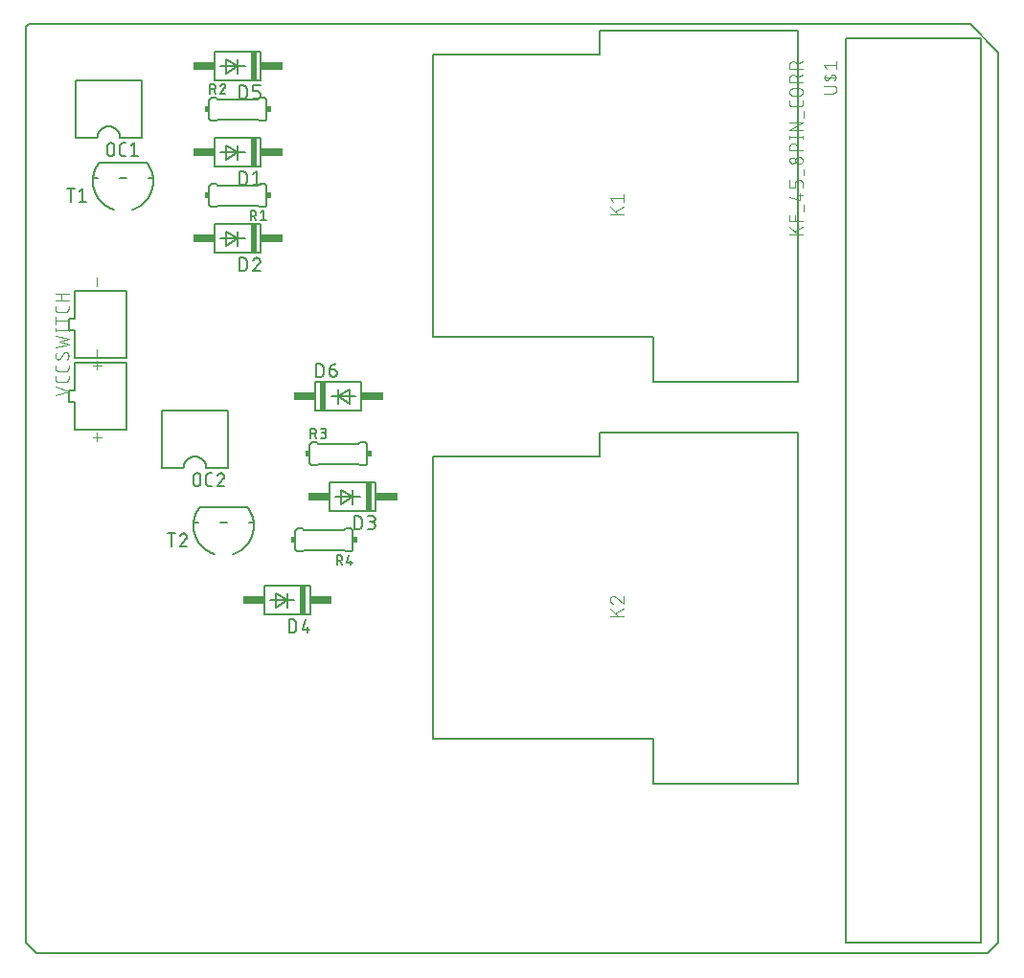
<source format=gto>
G75*
%MOIN*%
%OFA0B0*%
%FSLAX25Y25*%
%IPPOS*%
%LPD*%
%AMOC8*
5,1,8,0,0,1.08239X$1,22.5*
%
%ADD10C,0.00787*%
%ADD11C,0.00600*%
%ADD12C,0.00500*%
%ADD13R,0.02000X0.10000*%
%ADD14R,0.07500X0.03000*%
%ADD15C,0.00400*%
%ADD16R,0.01500X0.02000*%
D10*
X0043063Y0041803D02*
X0047000Y0037866D01*
X0377709Y0037866D01*
X0381646Y0041803D01*
X0381646Y0351843D01*
X0371803Y0361685D01*
X0044047Y0361685D01*
X0043063Y0360701D01*
X0043063Y0041803D01*
X0184992Y0112748D02*
X0261606Y0112748D01*
X0261606Y0097000D01*
X0312000Y0097000D01*
X0312000Y0219500D01*
X0242709Y0219500D01*
X0242709Y0211173D01*
X0184992Y0211173D01*
X0184992Y0112748D01*
X0261606Y0237000D02*
X0261606Y0252748D01*
X0184992Y0252748D01*
X0184992Y0351173D01*
X0242709Y0351173D01*
X0242709Y0359500D01*
X0312000Y0359500D01*
X0312000Y0237000D01*
X0261606Y0237000D01*
D11*
X0165000Y0202000D02*
X0165000Y0192000D01*
X0149000Y0192000D01*
X0149000Y0202000D01*
X0165000Y0202000D01*
X0161000Y0208000D02*
X0159500Y0208000D01*
X0159000Y0208500D01*
X0145000Y0208500D01*
X0144500Y0208000D01*
X0143000Y0208000D01*
X0142940Y0208002D01*
X0142879Y0208007D01*
X0142820Y0208016D01*
X0142761Y0208029D01*
X0142702Y0208045D01*
X0142645Y0208065D01*
X0142590Y0208088D01*
X0142535Y0208115D01*
X0142483Y0208144D01*
X0142432Y0208177D01*
X0142383Y0208213D01*
X0142337Y0208251D01*
X0142293Y0208293D01*
X0142251Y0208337D01*
X0142213Y0208383D01*
X0142177Y0208432D01*
X0142144Y0208483D01*
X0142115Y0208535D01*
X0142088Y0208590D01*
X0142065Y0208645D01*
X0142045Y0208702D01*
X0142029Y0208761D01*
X0142016Y0208820D01*
X0142007Y0208879D01*
X0142002Y0208940D01*
X0142000Y0209000D01*
X0142000Y0215000D01*
X0142002Y0215060D01*
X0142007Y0215121D01*
X0142016Y0215180D01*
X0142029Y0215239D01*
X0142045Y0215298D01*
X0142065Y0215355D01*
X0142088Y0215410D01*
X0142115Y0215465D01*
X0142144Y0215517D01*
X0142177Y0215568D01*
X0142213Y0215617D01*
X0142251Y0215663D01*
X0142293Y0215707D01*
X0142337Y0215749D01*
X0142383Y0215787D01*
X0142432Y0215823D01*
X0142483Y0215856D01*
X0142535Y0215885D01*
X0142590Y0215912D01*
X0142645Y0215935D01*
X0142702Y0215955D01*
X0142761Y0215971D01*
X0142820Y0215984D01*
X0142879Y0215993D01*
X0142940Y0215998D01*
X0143000Y0216000D01*
X0144500Y0216000D01*
X0145000Y0215500D01*
X0159000Y0215500D01*
X0159500Y0216000D01*
X0161000Y0216000D01*
X0161060Y0215998D01*
X0161121Y0215993D01*
X0161180Y0215984D01*
X0161239Y0215971D01*
X0161298Y0215955D01*
X0161355Y0215935D01*
X0161410Y0215912D01*
X0161465Y0215885D01*
X0161517Y0215856D01*
X0161568Y0215823D01*
X0161617Y0215787D01*
X0161663Y0215749D01*
X0161707Y0215707D01*
X0161749Y0215663D01*
X0161787Y0215617D01*
X0161823Y0215568D01*
X0161856Y0215517D01*
X0161885Y0215465D01*
X0161912Y0215410D01*
X0161935Y0215355D01*
X0161955Y0215298D01*
X0161971Y0215239D01*
X0161984Y0215180D01*
X0161993Y0215121D01*
X0161998Y0215060D01*
X0162000Y0215000D01*
X0162000Y0209000D01*
X0161998Y0208940D01*
X0161993Y0208879D01*
X0161984Y0208820D01*
X0161971Y0208761D01*
X0161955Y0208702D01*
X0161935Y0208645D01*
X0161912Y0208590D01*
X0161885Y0208535D01*
X0161856Y0208483D01*
X0161823Y0208432D01*
X0161787Y0208383D01*
X0161749Y0208337D01*
X0161707Y0208293D01*
X0161663Y0208251D01*
X0161617Y0208213D01*
X0161568Y0208177D01*
X0161517Y0208144D01*
X0161465Y0208115D01*
X0161410Y0208088D01*
X0161355Y0208065D01*
X0161298Y0208045D01*
X0161239Y0208029D01*
X0161180Y0208016D01*
X0161121Y0208007D01*
X0161060Y0208002D01*
X0161000Y0208000D01*
X0157000Y0199500D02*
X0157000Y0197000D01*
X0157000Y0194500D01*
X0157000Y0197000D02*
X0151000Y0197000D01*
X0153000Y0194500D02*
X0157000Y0197000D01*
X0153000Y0199500D01*
X0153000Y0194500D01*
X0157000Y0197000D02*
X0159500Y0197000D01*
X0156000Y0186000D02*
X0154500Y0186000D01*
X0154000Y0185500D01*
X0140000Y0185500D01*
X0139500Y0186000D01*
X0138000Y0186000D01*
X0137940Y0185998D01*
X0137879Y0185993D01*
X0137820Y0185984D01*
X0137761Y0185971D01*
X0137702Y0185955D01*
X0137645Y0185935D01*
X0137590Y0185912D01*
X0137535Y0185885D01*
X0137483Y0185856D01*
X0137432Y0185823D01*
X0137383Y0185787D01*
X0137337Y0185749D01*
X0137293Y0185707D01*
X0137251Y0185663D01*
X0137213Y0185617D01*
X0137177Y0185568D01*
X0137144Y0185517D01*
X0137115Y0185465D01*
X0137088Y0185410D01*
X0137065Y0185355D01*
X0137045Y0185298D01*
X0137029Y0185239D01*
X0137016Y0185180D01*
X0137007Y0185121D01*
X0137002Y0185060D01*
X0137000Y0185000D01*
X0137000Y0179000D01*
X0137002Y0178940D01*
X0137007Y0178879D01*
X0137016Y0178820D01*
X0137029Y0178761D01*
X0137045Y0178702D01*
X0137065Y0178645D01*
X0137088Y0178590D01*
X0137115Y0178535D01*
X0137144Y0178483D01*
X0137177Y0178432D01*
X0137213Y0178383D01*
X0137251Y0178337D01*
X0137293Y0178293D01*
X0137337Y0178251D01*
X0137383Y0178213D01*
X0137432Y0178177D01*
X0137483Y0178144D01*
X0137535Y0178115D01*
X0137590Y0178088D01*
X0137645Y0178065D01*
X0137702Y0178045D01*
X0137761Y0178029D01*
X0137820Y0178016D01*
X0137879Y0178007D01*
X0137940Y0178002D01*
X0138000Y0178000D01*
X0139500Y0178000D01*
X0140000Y0178500D01*
X0154000Y0178500D01*
X0154500Y0178000D01*
X0156000Y0178000D01*
X0156060Y0178002D01*
X0156121Y0178007D01*
X0156180Y0178016D01*
X0156239Y0178029D01*
X0156298Y0178045D01*
X0156355Y0178065D01*
X0156410Y0178088D01*
X0156465Y0178115D01*
X0156517Y0178144D01*
X0156568Y0178177D01*
X0156617Y0178213D01*
X0156663Y0178251D01*
X0156707Y0178293D01*
X0156749Y0178337D01*
X0156787Y0178383D01*
X0156823Y0178432D01*
X0156856Y0178483D01*
X0156885Y0178535D01*
X0156912Y0178590D01*
X0156935Y0178645D01*
X0156955Y0178702D01*
X0156971Y0178761D01*
X0156984Y0178820D01*
X0156993Y0178879D01*
X0156998Y0178940D01*
X0157000Y0179000D01*
X0157000Y0185000D01*
X0156998Y0185060D01*
X0156993Y0185121D01*
X0156984Y0185180D01*
X0156971Y0185239D01*
X0156955Y0185298D01*
X0156935Y0185355D01*
X0156912Y0185410D01*
X0156885Y0185465D01*
X0156856Y0185517D01*
X0156823Y0185568D01*
X0156787Y0185617D01*
X0156749Y0185663D01*
X0156707Y0185707D01*
X0156663Y0185749D01*
X0156617Y0185787D01*
X0156568Y0185823D01*
X0156517Y0185856D01*
X0156465Y0185885D01*
X0156410Y0185912D01*
X0156355Y0185935D01*
X0156298Y0185955D01*
X0156239Y0185971D01*
X0156180Y0185984D01*
X0156121Y0185993D01*
X0156060Y0185998D01*
X0156000Y0186000D01*
X0142126Y0166016D02*
X0142126Y0156016D01*
X0126126Y0156016D01*
X0126126Y0166016D01*
X0142126Y0166016D01*
X0136626Y0161016D02*
X0134126Y0161016D01*
X0134126Y0163516D01*
X0134126Y0161016D02*
X0134126Y0158516D01*
X0134126Y0161016D02*
X0128126Y0161016D01*
X0130126Y0163516D02*
X0134126Y0161016D01*
X0130126Y0158516D01*
X0130126Y0163516D01*
X0113500Y0207000D02*
X0106000Y0207000D01*
X0105998Y0207126D01*
X0105992Y0207251D01*
X0105982Y0207376D01*
X0105968Y0207501D01*
X0105951Y0207626D01*
X0105929Y0207750D01*
X0105904Y0207873D01*
X0105874Y0207995D01*
X0105841Y0208116D01*
X0105804Y0208236D01*
X0105764Y0208355D01*
X0105719Y0208472D01*
X0105671Y0208589D01*
X0105619Y0208703D01*
X0105564Y0208816D01*
X0105505Y0208927D01*
X0105443Y0209036D01*
X0105377Y0209143D01*
X0105308Y0209248D01*
X0105236Y0209351D01*
X0105161Y0209452D01*
X0105082Y0209550D01*
X0105000Y0209645D01*
X0104916Y0209738D01*
X0104828Y0209828D01*
X0104738Y0209916D01*
X0104645Y0210000D01*
X0104550Y0210082D01*
X0104452Y0210161D01*
X0104351Y0210236D01*
X0104248Y0210308D01*
X0104143Y0210377D01*
X0104036Y0210443D01*
X0103927Y0210505D01*
X0103816Y0210564D01*
X0103703Y0210619D01*
X0103589Y0210671D01*
X0103472Y0210719D01*
X0103355Y0210764D01*
X0103236Y0210804D01*
X0103116Y0210841D01*
X0102995Y0210874D01*
X0102873Y0210904D01*
X0102750Y0210929D01*
X0102626Y0210951D01*
X0102501Y0210968D01*
X0102376Y0210982D01*
X0102251Y0210992D01*
X0102126Y0210998D01*
X0102000Y0211000D01*
X0101874Y0210998D01*
X0101749Y0210992D01*
X0101624Y0210982D01*
X0101499Y0210968D01*
X0101374Y0210951D01*
X0101250Y0210929D01*
X0101127Y0210904D01*
X0101005Y0210874D01*
X0100884Y0210841D01*
X0100764Y0210804D01*
X0100645Y0210764D01*
X0100528Y0210719D01*
X0100411Y0210671D01*
X0100297Y0210619D01*
X0100184Y0210564D01*
X0100073Y0210505D01*
X0099964Y0210443D01*
X0099857Y0210377D01*
X0099752Y0210308D01*
X0099649Y0210236D01*
X0099548Y0210161D01*
X0099450Y0210082D01*
X0099355Y0210000D01*
X0099262Y0209916D01*
X0099172Y0209828D01*
X0099084Y0209738D01*
X0099000Y0209645D01*
X0098918Y0209550D01*
X0098839Y0209452D01*
X0098764Y0209351D01*
X0098692Y0209248D01*
X0098623Y0209143D01*
X0098557Y0209036D01*
X0098495Y0208927D01*
X0098436Y0208816D01*
X0098381Y0208703D01*
X0098329Y0208589D01*
X0098281Y0208472D01*
X0098236Y0208355D01*
X0098196Y0208236D01*
X0098159Y0208116D01*
X0098126Y0207995D01*
X0098096Y0207873D01*
X0098071Y0207750D01*
X0098049Y0207626D01*
X0098032Y0207501D01*
X0098018Y0207376D01*
X0098008Y0207251D01*
X0098002Y0207126D01*
X0098000Y0207000D01*
X0090500Y0207000D01*
X0090500Y0227000D01*
X0113500Y0227000D01*
X0113500Y0207000D01*
X0144000Y0227000D02*
X0144000Y0237000D01*
X0160000Y0237000D01*
X0160000Y0227000D01*
X0144000Y0227000D01*
X0149500Y0232000D02*
X0152000Y0232000D01*
X0152000Y0229500D01*
X0152000Y0232000D02*
X0152000Y0234500D01*
X0152000Y0232000D02*
X0156000Y0234500D01*
X0156000Y0229500D01*
X0152000Y0232000D01*
X0158000Y0232000D01*
X0125000Y0282000D02*
X0109000Y0282000D01*
X0109000Y0292000D01*
X0125000Y0292000D01*
X0125000Y0282000D01*
X0119500Y0287000D02*
X0117000Y0287000D01*
X0117000Y0289500D01*
X0117000Y0287000D02*
X0113000Y0284500D01*
X0113000Y0289500D01*
X0117000Y0287000D01*
X0117000Y0284500D01*
X0117000Y0287000D02*
X0111000Y0287000D01*
X0109500Y0298000D02*
X0108000Y0298000D01*
X0107940Y0298002D01*
X0107879Y0298007D01*
X0107820Y0298016D01*
X0107761Y0298029D01*
X0107702Y0298045D01*
X0107645Y0298065D01*
X0107590Y0298088D01*
X0107535Y0298115D01*
X0107483Y0298144D01*
X0107432Y0298177D01*
X0107383Y0298213D01*
X0107337Y0298251D01*
X0107293Y0298293D01*
X0107251Y0298337D01*
X0107213Y0298383D01*
X0107177Y0298432D01*
X0107144Y0298483D01*
X0107115Y0298535D01*
X0107088Y0298590D01*
X0107065Y0298645D01*
X0107045Y0298702D01*
X0107029Y0298761D01*
X0107016Y0298820D01*
X0107007Y0298879D01*
X0107002Y0298940D01*
X0107000Y0299000D01*
X0107000Y0305000D01*
X0107002Y0305060D01*
X0107007Y0305121D01*
X0107016Y0305180D01*
X0107029Y0305239D01*
X0107045Y0305298D01*
X0107065Y0305355D01*
X0107088Y0305410D01*
X0107115Y0305465D01*
X0107144Y0305517D01*
X0107177Y0305568D01*
X0107213Y0305617D01*
X0107251Y0305663D01*
X0107293Y0305707D01*
X0107337Y0305749D01*
X0107383Y0305787D01*
X0107432Y0305823D01*
X0107483Y0305856D01*
X0107535Y0305885D01*
X0107590Y0305912D01*
X0107645Y0305935D01*
X0107702Y0305955D01*
X0107761Y0305971D01*
X0107820Y0305984D01*
X0107879Y0305993D01*
X0107940Y0305998D01*
X0108000Y0306000D01*
X0109500Y0306000D01*
X0110000Y0305500D01*
X0124000Y0305500D01*
X0124500Y0306000D01*
X0126000Y0306000D01*
X0126060Y0305998D01*
X0126121Y0305993D01*
X0126180Y0305984D01*
X0126239Y0305971D01*
X0126298Y0305955D01*
X0126355Y0305935D01*
X0126410Y0305912D01*
X0126465Y0305885D01*
X0126517Y0305856D01*
X0126568Y0305823D01*
X0126617Y0305787D01*
X0126663Y0305749D01*
X0126707Y0305707D01*
X0126749Y0305663D01*
X0126787Y0305617D01*
X0126823Y0305568D01*
X0126856Y0305517D01*
X0126885Y0305465D01*
X0126912Y0305410D01*
X0126935Y0305355D01*
X0126955Y0305298D01*
X0126971Y0305239D01*
X0126984Y0305180D01*
X0126993Y0305121D01*
X0126998Y0305060D01*
X0127000Y0305000D01*
X0127000Y0299000D01*
X0126998Y0298940D01*
X0126993Y0298879D01*
X0126984Y0298820D01*
X0126971Y0298761D01*
X0126955Y0298702D01*
X0126935Y0298645D01*
X0126912Y0298590D01*
X0126885Y0298535D01*
X0126856Y0298483D01*
X0126823Y0298432D01*
X0126787Y0298383D01*
X0126749Y0298337D01*
X0126707Y0298293D01*
X0126663Y0298251D01*
X0126617Y0298213D01*
X0126568Y0298177D01*
X0126517Y0298144D01*
X0126465Y0298115D01*
X0126410Y0298088D01*
X0126355Y0298065D01*
X0126298Y0298045D01*
X0126239Y0298029D01*
X0126180Y0298016D01*
X0126121Y0298007D01*
X0126060Y0298002D01*
X0126000Y0298000D01*
X0124500Y0298000D01*
X0124000Y0298500D01*
X0110000Y0298500D01*
X0109500Y0298000D01*
X0109000Y0312000D02*
X0125000Y0312000D01*
X0125000Y0322000D01*
X0109000Y0322000D01*
X0109000Y0312000D01*
X0113000Y0314500D02*
X0117000Y0317000D01*
X0117000Y0319500D01*
X0117000Y0317000D02*
X0117000Y0314500D01*
X0117000Y0317000D02*
X0111000Y0317000D01*
X0113000Y0314500D02*
X0113000Y0319500D01*
X0117000Y0317000D01*
X0119500Y0317000D01*
X0124500Y0328000D02*
X0126000Y0328000D01*
X0126060Y0328002D01*
X0126121Y0328007D01*
X0126180Y0328016D01*
X0126239Y0328029D01*
X0126298Y0328045D01*
X0126355Y0328065D01*
X0126410Y0328088D01*
X0126465Y0328115D01*
X0126517Y0328144D01*
X0126568Y0328177D01*
X0126617Y0328213D01*
X0126663Y0328251D01*
X0126707Y0328293D01*
X0126749Y0328337D01*
X0126787Y0328383D01*
X0126823Y0328432D01*
X0126856Y0328483D01*
X0126885Y0328535D01*
X0126912Y0328590D01*
X0126935Y0328645D01*
X0126955Y0328702D01*
X0126971Y0328761D01*
X0126984Y0328820D01*
X0126993Y0328879D01*
X0126998Y0328940D01*
X0127000Y0329000D01*
X0127000Y0335000D01*
X0126998Y0335060D01*
X0126993Y0335121D01*
X0126984Y0335180D01*
X0126971Y0335239D01*
X0126955Y0335298D01*
X0126935Y0335355D01*
X0126912Y0335410D01*
X0126885Y0335465D01*
X0126856Y0335517D01*
X0126823Y0335568D01*
X0126787Y0335617D01*
X0126749Y0335663D01*
X0126707Y0335707D01*
X0126663Y0335749D01*
X0126617Y0335787D01*
X0126568Y0335823D01*
X0126517Y0335856D01*
X0126465Y0335885D01*
X0126410Y0335912D01*
X0126355Y0335935D01*
X0126298Y0335955D01*
X0126239Y0335971D01*
X0126180Y0335984D01*
X0126121Y0335993D01*
X0126060Y0335998D01*
X0126000Y0336000D01*
X0124500Y0336000D01*
X0124000Y0335500D01*
X0110000Y0335500D01*
X0109500Y0336000D01*
X0108000Y0336000D01*
X0107940Y0335998D01*
X0107879Y0335993D01*
X0107820Y0335984D01*
X0107761Y0335971D01*
X0107702Y0335955D01*
X0107645Y0335935D01*
X0107590Y0335912D01*
X0107535Y0335885D01*
X0107483Y0335856D01*
X0107432Y0335823D01*
X0107383Y0335787D01*
X0107337Y0335749D01*
X0107293Y0335707D01*
X0107251Y0335663D01*
X0107213Y0335617D01*
X0107177Y0335568D01*
X0107144Y0335517D01*
X0107115Y0335465D01*
X0107088Y0335410D01*
X0107065Y0335355D01*
X0107045Y0335298D01*
X0107029Y0335239D01*
X0107016Y0335180D01*
X0107007Y0335121D01*
X0107002Y0335060D01*
X0107000Y0335000D01*
X0107000Y0329000D01*
X0107002Y0328940D01*
X0107007Y0328879D01*
X0107016Y0328820D01*
X0107029Y0328761D01*
X0107045Y0328702D01*
X0107065Y0328645D01*
X0107088Y0328590D01*
X0107115Y0328535D01*
X0107144Y0328483D01*
X0107177Y0328432D01*
X0107213Y0328383D01*
X0107251Y0328337D01*
X0107293Y0328293D01*
X0107337Y0328251D01*
X0107383Y0328213D01*
X0107432Y0328177D01*
X0107483Y0328144D01*
X0107535Y0328115D01*
X0107590Y0328088D01*
X0107645Y0328065D01*
X0107702Y0328045D01*
X0107761Y0328029D01*
X0107820Y0328016D01*
X0107879Y0328007D01*
X0107940Y0328002D01*
X0108000Y0328000D01*
X0109500Y0328000D01*
X0110000Y0328500D01*
X0124000Y0328500D01*
X0124500Y0328000D01*
X0125000Y0342000D02*
X0109000Y0342000D01*
X0109000Y0352000D01*
X0125000Y0352000D01*
X0125000Y0342000D01*
X0119500Y0347000D02*
X0117000Y0347000D01*
X0117000Y0349500D01*
X0117000Y0347000D02*
X0113000Y0344500D01*
X0113000Y0349500D01*
X0117000Y0347000D01*
X0117000Y0344500D01*
X0117000Y0347000D02*
X0111000Y0347000D01*
X0083500Y0342000D02*
X0060500Y0342000D01*
X0060500Y0322000D01*
X0068000Y0322000D01*
X0068002Y0322126D01*
X0068008Y0322251D01*
X0068018Y0322376D01*
X0068032Y0322501D01*
X0068049Y0322626D01*
X0068071Y0322750D01*
X0068096Y0322873D01*
X0068126Y0322995D01*
X0068159Y0323116D01*
X0068196Y0323236D01*
X0068236Y0323355D01*
X0068281Y0323472D01*
X0068329Y0323589D01*
X0068381Y0323703D01*
X0068436Y0323816D01*
X0068495Y0323927D01*
X0068557Y0324036D01*
X0068623Y0324143D01*
X0068692Y0324248D01*
X0068764Y0324351D01*
X0068839Y0324452D01*
X0068918Y0324550D01*
X0069000Y0324645D01*
X0069084Y0324738D01*
X0069172Y0324828D01*
X0069262Y0324916D01*
X0069355Y0325000D01*
X0069450Y0325082D01*
X0069548Y0325161D01*
X0069649Y0325236D01*
X0069752Y0325308D01*
X0069857Y0325377D01*
X0069964Y0325443D01*
X0070073Y0325505D01*
X0070184Y0325564D01*
X0070297Y0325619D01*
X0070411Y0325671D01*
X0070528Y0325719D01*
X0070645Y0325764D01*
X0070764Y0325804D01*
X0070884Y0325841D01*
X0071005Y0325874D01*
X0071127Y0325904D01*
X0071250Y0325929D01*
X0071374Y0325951D01*
X0071499Y0325968D01*
X0071624Y0325982D01*
X0071749Y0325992D01*
X0071874Y0325998D01*
X0072000Y0326000D01*
X0072126Y0325998D01*
X0072251Y0325992D01*
X0072376Y0325982D01*
X0072501Y0325968D01*
X0072626Y0325951D01*
X0072750Y0325929D01*
X0072873Y0325904D01*
X0072995Y0325874D01*
X0073116Y0325841D01*
X0073236Y0325804D01*
X0073355Y0325764D01*
X0073472Y0325719D01*
X0073589Y0325671D01*
X0073703Y0325619D01*
X0073816Y0325564D01*
X0073927Y0325505D01*
X0074036Y0325443D01*
X0074143Y0325377D01*
X0074248Y0325308D01*
X0074351Y0325236D01*
X0074452Y0325161D01*
X0074550Y0325082D01*
X0074645Y0325000D01*
X0074738Y0324916D01*
X0074828Y0324828D01*
X0074916Y0324738D01*
X0075000Y0324645D01*
X0075082Y0324550D01*
X0075161Y0324452D01*
X0075236Y0324351D01*
X0075308Y0324248D01*
X0075377Y0324143D01*
X0075443Y0324036D01*
X0075505Y0323927D01*
X0075564Y0323816D01*
X0075619Y0323703D01*
X0075671Y0323589D01*
X0075719Y0323472D01*
X0075764Y0323355D01*
X0075804Y0323236D01*
X0075841Y0323116D01*
X0075874Y0322995D01*
X0075904Y0322873D01*
X0075929Y0322750D01*
X0075951Y0322626D01*
X0075968Y0322501D01*
X0075982Y0322376D01*
X0075992Y0322251D01*
X0075998Y0322126D01*
X0076000Y0322000D01*
X0083500Y0322000D01*
X0083500Y0342000D01*
D12*
X0081000Y0320250D02*
X0081000Y0315750D01*
X0079750Y0315750D02*
X0082250Y0315750D01*
X0085246Y0313500D02*
X0068754Y0313500D01*
X0071500Y0317000D02*
X0071500Y0319000D01*
X0071502Y0319069D01*
X0071508Y0319138D01*
X0071517Y0319206D01*
X0071530Y0319273D01*
X0071547Y0319340D01*
X0071568Y0319406D01*
X0071592Y0319470D01*
X0071620Y0319533D01*
X0071651Y0319595D01*
X0071685Y0319655D01*
X0071723Y0319712D01*
X0071764Y0319768D01*
X0071807Y0319821D01*
X0071854Y0319872D01*
X0071903Y0319920D01*
X0071955Y0319965D01*
X0072010Y0320007D01*
X0072066Y0320046D01*
X0072125Y0320083D01*
X0072186Y0320115D01*
X0072248Y0320145D01*
X0072312Y0320171D01*
X0072377Y0320193D01*
X0072443Y0320212D01*
X0072510Y0320227D01*
X0072578Y0320238D01*
X0072647Y0320246D01*
X0072716Y0320250D01*
X0072784Y0320250D01*
X0072853Y0320246D01*
X0072922Y0320238D01*
X0072990Y0320227D01*
X0073057Y0320212D01*
X0073123Y0320193D01*
X0073188Y0320171D01*
X0073252Y0320145D01*
X0073314Y0320115D01*
X0073375Y0320083D01*
X0073434Y0320046D01*
X0073490Y0320007D01*
X0073545Y0319965D01*
X0073597Y0319920D01*
X0073646Y0319872D01*
X0073693Y0319821D01*
X0073736Y0319768D01*
X0073777Y0319712D01*
X0073815Y0319655D01*
X0073849Y0319595D01*
X0073880Y0319533D01*
X0073908Y0319470D01*
X0073932Y0319406D01*
X0073953Y0319340D01*
X0073970Y0319273D01*
X0073983Y0319206D01*
X0073992Y0319138D01*
X0073998Y0319069D01*
X0074000Y0319000D01*
X0074000Y0317000D01*
X0073998Y0316931D01*
X0073992Y0316862D01*
X0073983Y0316794D01*
X0073970Y0316727D01*
X0073953Y0316660D01*
X0073932Y0316594D01*
X0073908Y0316530D01*
X0073880Y0316467D01*
X0073849Y0316405D01*
X0073815Y0316345D01*
X0073777Y0316288D01*
X0073736Y0316232D01*
X0073693Y0316179D01*
X0073646Y0316128D01*
X0073597Y0316080D01*
X0073545Y0316035D01*
X0073490Y0315993D01*
X0073434Y0315954D01*
X0073375Y0315917D01*
X0073314Y0315885D01*
X0073252Y0315855D01*
X0073188Y0315829D01*
X0073123Y0315807D01*
X0073057Y0315788D01*
X0072990Y0315773D01*
X0072922Y0315762D01*
X0072853Y0315754D01*
X0072784Y0315750D01*
X0072716Y0315750D01*
X0072647Y0315754D01*
X0072578Y0315762D01*
X0072510Y0315773D01*
X0072443Y0315788D01*
X0072377Y0315807D01*
X0072312Y0315829D01*
X0072248Y0315855D01*
X0072186Y0315885D01*
X0072125Y0315917D01*
X0072066Y0315954D01*
X0072010Y0315993D01*
X0071955Y0316035D01*
X0071903Y0316080D01*
X0071854Y0316128D01*
X0071807Y0316179D01*
X0071764Y0316232D01*
X0071723Y0316288D01*
X0071685Y0316345D01*
X0071651Y0316405D01*
X0071620Y0316467D01*
X0071592Y0316530D01*
X0071568Y0316594D01*
X0071547Y0316660D01*
X0071530Y0316727D01*
X0071517Y0316794D01*
X0071508Y0316862D01*
X0071502Y0316931D01*
X0071500Y0317000D01*
X0075985Y0316750D02*
X0075985Y0319250D01*
X0075987Y0319310D01*
X0075992Y0319371D01*
X0076001Y0319430D01*
X0076014Y0319489D01*
X0076030Y0319548D01*
X0076050Y0319605D01*
X0076073Y0319660D01*
X0076100Y0319715D01*
X0076129Y0319767D01*
X0076162Y0319818D01*
X0076198Y0319867D01*
X0076236Y0319913D01*
X0076278Y0319957D01*
X0076322Y0319999D01*
X0076368Y0320037D01*
X0076417Y0320073D01*
X0076468Y0320106D01*
X0076520Y0320135D01*
X0076575Y0320162D01*
X0076630Y0320185D01*
X0076687Y0320205D01*
X0076746Y0320221D01*
X0076805Y0320234D01*
X0076864Y0320243D01*
X0076925Y0320248D01*
X0076985Y0320250D01*
X0077985Y0320250D01*
X0079750Y0319250D02*
X0081000Y0320250D01*
X0076985Y0315750D02*
X0076925Y0315752D01*
X0076864Y0315757D01*
X0076805Y0315766D01*
X0076746Y0315779D01*
X0076687Y0315795D01*
X0076630Y0315815D01*
X0076575Y0315838D01*
X0076520Y0315865D01*
X0076468Y0315894D01*
X0076417Y0315927D01*
X0076368Y0315963D01*
X0076322Y0316001D01*
X0076278Y0316043D01*
X0076236Y0316087D01*
X0076198Y0316133D01*
X0076162Y0316182D01*
X0076129Y0316233D01*
X0076100Y0316285D01*
X0076073Y0316340D01*
X0076050Y0316395D01*
X0076030Y0316452D01*
X0076014Y0316511D01*
X0076001Y0316570D01*
X0075992Y0316629D01*
X0075987Y0316690D01*
X0075985Y0316750D01*
X0076985Y0315750D02*
X0077985Y0315750D01*
X0078127Y0308000D02*
X0075873Y0308000D01*
X0085246Y0313500D02*
X0085399Y0313301D01*
X0085547Y0313099D01*
X0085690Y0312894D01*
X0085828Y0312685D01*
X0085961Y0312473D01*
X0086089Y0312258D01*
X0086211Y0312040D01*
X0086329Y0311819D01*
X0086441Y0311595D01*
X0086548Y0311369D01*
X0086649Y0311140D01*
X0086745Y0310909D01*
X0086836Y0310675D01*
X0086921Y0310440D01*
X0087000Y0310202D01*
X0087073Y0309963D01*
X0087141Y0309722D01*
X0087203Y0309480D01*
X0087259Y0309236D01*
X0087310Y0308990D01*
X0087354Y0308744D01*
X0087393Y0308497D01*
X0087425Y0308249D01*
X0087452Y0308000D01*
X0085873Y0308000D01*
X0073904Y0296967D02*
X0073662Y0297045D01*
X0073422Y0297129D01*
X0073184Y0297218D01*
X0072948Y0297314D01*
X0072714Y0297415D01*
X0072483Y0297521D01*
X0072255Y0297634D01*
X0072029Y0297751D01*
X0071806Y0297874D01*
X0071587Y0298003D01*
X0071370Y0298137D01*
X0071157Y0298276D01*
X0070947Y0298420D01*
X0070741Y0298569D01*
X0070539Y0298723D01*
X0070340Y0298882D01*
X0070145Y0299046D01*
X0069954Y0299215D01*
X0069768Y0299388D01*
X0069585Y0299565D01*
X0069407Y0299747D01*
X0069234Y0299933D01*
X0069065Y0300124D01*
X0068901Y0300318D01*
X0068741Y0300516D01*
X0068586Y0300718D01*
X0068437Y0300924D01*
X0068292Y0301133D01*
X0068152Y0301346D01*
X0068018Y0301562D01*
X0067889Y0301782D01*
X0067765Y0302004D01*
X0067646Y0302229D01*
X0067534Y0302457D01*
X0067426Y0302688D01*
X0067325Y0302921D01*
X0067229Y0303157D01*
X0067138Y0303395D01*
X0067054Y0303635D01*
X0066975Y0303877D01*
X0066902Y0304121D01*
X0066836Y0304367D01*
X0066775Y0304614D01*
X0066720Y0304862D01*
X0066671Y0305112D01*
X0066628Y0305363D01*
X0066592Y0305615D01*
X0066561Y0305867D01*
X0066537Y0306121D01*
X0066519Y0306374D01*
X0066507Y0306629D01*
X0066501Y0306883D01*
X0066501Y0307138D01*
X0066507Y0307392D01*
X0066520Y0307646D01*
X0066539Y0307900D01*
X0066564Y0308153D01*
X0066595Y0308406D01*
X0066632Y0308658D01*
X0066675Y0308908D01*
X0066724Y0309158D01*
X0066779Y0309407D01*
X0066841Y0309654D01*
X0066908Y0309899D01*
X0066981Y0310143D01*
X0067060Y0310385D01*
X0067145Y0310624D01*
X0067236Y0310862D01*
X0067333Y0311098D01*
X0067435Y0311331D01*
X0067543Y0311561D01*
X0067656Y0311789D01*
X0067775Y0312014D01*
X0067899Y0312236D01*
X0068028Y0312455D01*
X0068163Y0312671D01*
X0068303Y0312884D01*
X0068449Y0313093D01*
X0068599Y0313298D01*
X0068754Y0313500D01*
X0068127Y0308000D02*
X0066548Y0308000D01*
X0063000Y0304250D02*
X0061750Y0303250D01*
X0063000Y0304250D02*
X0063000Y0299750D01*
X0061750Y0299750D02*
X0064250Y0299750D01*
X0058800Y0299750D02*
X0058800Y0304250D01*
X0057550Y0304250D02*
X0060050Y0304250D01*
X0080096Y0296967D02*
X0080340Y0297045D01*
X0080582Y0297130D01*
X0080821Y0297220D01*
X0081059Y0297316D01*
X0081294Y0297418D01*
X0081527Y0297526D01*
X0081757Y0297639D01*
X0081984Y0297758D01*
X0082208Y0297882D01*
X0082429Y0298012D01*
X0082646Y0298147D01*
X0082861Y0298288D01*
X0083072Y0298434D01*
X0083279Y0298584D01*
X0083482Y0298740D01*
X0083682Y0298901D01*
X0083878Y0299066D01*
X0084069Y0299236D01*
X0084257Y0299411D01*
X0084440Y0299591D01*
X0084618Y0299774D01*
X0084793Y0299963D01*
X0084962Y0300155D01*
X0085127Y0300351D01*
X0085287Y0300552D01*
X0085441Y0300756D01*
X0085591Y0300964D01*
X0085736Y0301175D01*
X0085876Y0301390D01*
X0086010Y0301608D01*
X0086139Y0301830D01*
X0086262Y0302054D01*
X0086380Y0302282D01*
X0086493Y0302512D01*
X0086599Y0302745D01*
X0086700Y0302981D01*
X0086796Y0303219D01*
X0086885Y0303459D01*
X0086968Y0303701D01*
X0087046Y0303946D01*
X0087117Y0304192D01*
X0087183Y0304440D01*
X0087242Y0304689D01*
X0087296Y0304939D01*
X0087343Y0305191D01*
X0087384Y0305444D01*
X0087419Y0305698D01*
X0087448Y0305953D01*
X0087470Y0306208D01*
X0087486Y0306464D01*
X0087496Y0306720D01*
X0087500Y0306976D01*
X0087497Y0307233D01*
X0087489Y0307489D01*
X0087474Y0307745D01*
X0087452Y0308000D01*
X0117600Y0305750D02*
X0118850Y0305750D01*
X0118918Y0305752D01*
X0118985Y0305757D01*
X0119052Y0305766D01*
X0119119Y0305779D01*
X0119184Y0305796D01*
X0119249Y0305815D01*
X0119313Y0305839D01*
X0119375Y0305866D01*
X0119436Y0305896D01*
X0119494Y0305929D01*
X0119551Y0305965D01*
X0119606Y0306005D01*
X0119659Y0306047D01*
X0119710Y0306093D01*
X0119757Y0306140D01*
X0119803Y0306191D01*
X0119845Y0306244D01*
X0119885Y0306299D01*
X0119921Y0306356D01*
X0119954Y0306414D01*
X0119984Y0306475D01*
X0120011Y0306537D01*
X0120035Y0306601D01*
X0120054Y0306666D01*
X0120071Y0306731D01*
X0120084Y0306798D01*
X0120093Y0306865D01*
X0120098Y0306932D01*
X0120100Y0307000D01*
X0120100Y0309000D01*
X0120098Y0309068D01*
X0120093Y0309135D01*
X0120084Y0309202D01*
X0120071Y0309269D01*
X0120054Y0309334D01*
X0120035Y0309399D01*
X0120011Y0309463D01*
X0119984Y0309525D01*
X0119954Y0309586D01*
X0119921Y0309644D01*
X0119885Y0309701D01*
X0119845Y0309756D01*
X0119803Y0309809D01*
X0119757Y0309860D01*
X0119710Y0309907D01*
X0119659Y0309953D01*
X0119606Y0309995D01*
X0119551Y0310035D01*
X0119494Y0310071D01*
X0119436Y0310104D01*
X0119375Y0310134D01*
X0119313Y0310161D01*
X0119249Y0310185D01*
X0119184Y0310204D01*
X0119119Y0310221D01*
X0119052Y0310234D01*
X0118985Y0310243D01*
X0118918Y0310248D01*
X0118850Y0310250D01*
X0117600Y0310250D01*
X0117600Y0305750D01*
X0122250Y0305750D02*
X0124750Y0305750D01*
X0123500Y0305750D02*
X0123500Y0310250D01*
X0122250Y0309250D01*
X0122325Y0296650D02*
X0121381Y0296650D01*
X0121381Y0293250D01*
X0121381Y0294761D02*
X0122325Y0294761D01*
X0122514Y0294761D02*
X0123269Y0293250D01*
X0124861Y0293250D02*
X0126750Y0293250D01*
X0125806Y0293250D02*
X0125806Y0296650D01*
X0124861Y0295894D01*
X0122325Y0296650D02*
X0122385Y0296648D01*
X0122446Y0296642D01*
X0122505Y0296633D01*
X0122564Y0296619D01*
X0122622Y0296602D01*
X0122679Y0296581D01*
X0122735Y0296557D01*
X0122788Y0296529D01*
X0122840Y0296497D01*
X0122890Y0296463D01*
X0122937Y0296425D01*
X0122982Y0296384D01*
X0123024Y0296341D01*
X0123063Y0296295D01*
X0123099Y0296246D01*
X0123132Y0296195D01*
X0123162Y0296143D01*
X0123188Y0296088D01*
X0123211Y0296032D01*
X0123230Y0295975D01*
X0123245Y0295916D01*
X0123257Y0295857D01*
X0123265Y0295797D01*
X0123269Y0295736D01*
X0123269Y0295676D01*
X0123265Y0295615D01*
X0123257Y0295555D01*
X0123245Y0295496D01*
X0123230Y0295437D01*
X0123211Y0295380D01*
X0123188Y0295324D01*
X0123162Y0295269D01*
X0123132Y0295217D01*
X0123099Y0295166D01*
X0123063Y0295117D01*
X0123024Y0295071D01*
X0122982Y0295028D01*
X0122937Y0294987D01*
X0122890Y0294949D01*
X0122840Y0294915D01*
X0122788Y0294883D01*
X0122735Y0294855D01*
X0122679Y0294831D01*
X0122622Y0294810D01*
X0122564Y0294793D01*
X0122505Y0294779D01*
X0122446Y0294770D01*
X0122385Y0294764D01*
X0122325Y0294762D01*
X0118850Y0280250D02*
X0117600Y0280250D01*
X0117600Y0275750D01*
X0118850Y0275750D01*
X0118918Y0275752D01*
X0118985Y0275757D01*
X0119052Y0275766D01*
X0119119Y0275779D01*
X0119184Y0275796D01*
X0119249Y0275815D01*
X0119313Y0275839D01*
X0119375Y0275866D01*
X0119436Y0275896D01*
X0119494Y0275929D01*
X0119551Y0275965D01*
X0119606Y0276005D01*
X0119659Y0276047D01*
X0119710Y0276093D01*
X0119757Y0276140D01*
X0119803Y0276191D01*
X0119845Y0276244D01*
X0119885Y0276299D01*
X0119921Y0276356D01*
X0119954Y0276414D01*
X0119984Y0276475D01*
X0120011Y0276537D01*
X0120035Y0276601D01*
X0120054Y0276666D01*
X0120071Y0276731D01*
X0120084Y0276798D01*
X0120093Y0276865D01*
X0120098Y0276932D01*
X0120100Y0277000D01*
X0120100Y0279000D01*
X0120098Y0279068D01*
X0120093Y0279135D01*
X0120084Y0279202D01*
X0120071Y0279269D01*
X0120054Y0279334D01*
X0120035Y0279399D01*
X0120011Y0279463D01*
X0119984Y0279525D01*
X0119954Y0279586D01*
X0119921Y0279644D01*
X0119885Y0279701D01*
X0119845Y0279756D01*
X0119803Y0279809D01*
X0119757Y0279860D01*
X0119710Y0279907D01*
X0119659Y0279953D01*
X0119606Y0279995D01*
X0119551Y0280035D01*
X0119494Y0280071D01*
X0119436Y0280104D01*
X0119375Y0280134D01*
X0119313Y0280161D01*
X0119249Y0280185D01*
X0119184Y0280204D01*
X0119119Y0280221D01*
X0119052Y0280234D01*
X0118985Y0280243D01*
X0118918Y0280248D01*
X0118850Y0280250D01*
X0124375Y0278250D02*
X0124421Y0278296D01*
X0124465Y0278345D01*
X0124505Y0278396D01*
X0124543Y0278449D01*
X0124578Y0278504D01*
X0124610Y0278561D01*
X0124639Y0278619D01*
X0124665Y0278679D01*
X0124687Y0278741D01*
X0124706Y0278803D01*
X0124722Y0278866D01*
X0124734Y0278930D01*
X0124743Y0278995D01*
X0124748Y0279060D01*
X0124750Y0279125D01*
X0124375Y0278250D02*
X0122250Y0275750D01*
X0124750Y0275750D01*
X0122250Y0279250D02*
X0122274Y0279319D01*
X0122302Y0279386D01*
X0122333Y0279452D01*
X0122367Y0279516D01*
X0122404Y0279578D01*
X0122445Y0279639D01*
X0122488Y0279697D01*
X0122534Y0279753D01*
X0122584Y0279807D01*
X0122635Y0279858D01*
X0122689Y0279906D01*
X0122746Y0279952D01*
X0122805Y0279995D01*
X0122866Y0280034D01*
X0122928Y0280071D01*
X0122993Y0280104D01*
X0123059Y0280135D01*
X0123127Y0280161D01*
X0123195Y0280185D01*
X0123265Y0280205D01*
X0123336Y0280221D01*
X0123408Y0280234D01*
X0123480Y0280243D01*
X0123552Y0280248D01*
X0123625Y0280250D01*
X0123690Y0280248D01*
X0123756Y0280242D01*
X0123820Y0280233D01*
X0123884Y0280220D01*
X0123948Y0280203D01*
X0124010Y0280182D01*
X0124071Y0280158D01*
X0124130Y0280130D01*
X0124188Y0280099D01*
X0124243Y0280065D01*
X0124297Y0280027D01*
X0124348Y0279987D01*
X0124397Y0279943D01*
X0124443Y0279897D01*
X0124487Y0279848D01*
X0124527Y0279797D01*
X0124565Y0279743D01*
X0124599Y0279688D01*
X0124630Y0279630D01*
X0124658Y0279571D01*
X0124682Y0279510D01*
X0124703Y0279448D01*
X0124720Y0279384D01*
X0124733Y0279320D01*
X0124742Y0279256D01*
X0124748Y0279190D01*
X0124750Y0279125D01*
X0144250Y0243250D02*
X0145500Y0243250D01*
X0145568Y0243248D01*
X0145635Y0243243D01*
X0145702Y0243234D01*
X0145769Y0243221D01*
X0145834Y0243204D01*
X0145899Y0243185D01*
X0145963Y0243161D01*
X0146025Y0243134D01*
X0146086Y0243104D01*
X0146144Y0243071D01*
X0146201Y0243035D01*
X0146256Y0242995D01*
X0146309Y0242953D01*
X0146360Y0242907D01*
X0146407Y0242860D01*
X0146453Y0242809D01*
X0146495Y0242756D01*
X0146535Y0242701D01*
X0146571Y0242644D01*
X0146604Y0242586D01*
X0146634Y0242525D01*
X0146661Y0242463D01*
X0146685Y0242399D01*
X0146704Y0242334D01*
X0146721Y0242269D01*
X0146734Y0242202D01*
X0146743Y0242135D01*
X0146748Y0242068D01*
X0146750Y0242000D01*
X0146750Y0240000D01*
X0146748Y0239932D01*
X0146743Y0239865D01*
X0146734Y0239798D01*
X0146721Y0239731D01*
X0146704Y0239666D01*
X0146685Y0239601D01*
X0146661Y0239537D01*
X0146634Y0239475D01*
X0146604Y0239414D01*
X0146571Y0239356D01*
X0146535Y0239299D01*
X0146495Y0239244D01*
X0146453Y0239191D01*
X0146407Y0239140D01*
X0146360Y0239093D01*
X0146309Y0239047D01*
X0146256Y0239005D01*
X0146201Y0238965D01*
X0146144Y0238929D01*
X0146086Y0238896D01*
X0146025Y0238866D01*
X0145963Y0238839D01*
X0145899Y0238815D01*
X0145834Y0238796D01*
X0145769Y0238779D01*
X0145702Y0238766D01*
X0145635Y0238757D01*
X0145568Y0238752D01*
X0145500Y0238750D01*
X0144250Y0238750D01*
X0144250Y0243250D01*
X0148900Y0241250D02*
X0148900Y0240000D01*
X0148900Y0241250D02*
X0150400Y0241250D01*
X0148900Y0241250D02*
X0148902Y0241337D01*
X0148908Y0241424D01*
X0148917Y0241511D01*
X0148930Y0241597D01*
X0148947Y0241683D01*
X0148968Y0241768D01*
X0148993Y0241851D01*
X0149021Y0241934D01*
X0149052Y0242015D01*
X0149087Y0242095D01*
X0149126Y0242173D01*
X0149168Y0242250D01*
X0149213Y0242325D01*
X0149262Y0242397D01*
X0149313Y0242468D01*
X0149368Y0242536D01*
X0149425Y0242601D01*
X0149486Y0242664D01*
X0149549Y0242725D01*
X0149614Y0242782D01*
X0149682Y0242837D01*
X0149753Y0242888D01*
X0149825Y0242937D01*
X0149900Y0242982D01*
X0149977Y0243024D01*
X0150055Y0243063D01*
X0150135Y0243098D01*
X0150216Y0243129D01*
X0150299Y0243157D01*
X0150382Y0243182D01*
X0150467Y0243203D01*
X0150553Y0243220D01*
X0150639Y0243233D01*
X0150726Y0243242D01*
X0150813Y0243248D01*
X0150900Y0243250D01*
X0150400Y0241250D02*
X0150460Y0241248D01*
X0150521Y0241243D01*
X0150580Y0241234D01*
X0150639Y0241221D01*
X0150698Y0241205D01*
X0150755Y0241185D01*
X0150810Y0241162D01*
X0150865Y0241135D01*
X0150917Y0241106D01*
X0150968Y0241073D01*
X0151017Y0241037D01*
X0151063Y0240999D01*
X0151107Y0240957D01*
X0151149Y0240913D01*
X0151187Y0240867D01*
X0151223Y0240818D01*
X0151256Y0240767D01*
X0151285Y0240715D01*
X0151312Y0240660D01*
X0151335Y0240605D01*
X0151355Y0240548D01*
X0151371Y0240489D01*
X0151384Y0240430D01*
X0151393Y0240371D01*
X0151398Y0240310D01*
X0151400Y0240250D01*
X0151400Y0240000D01*
X0151398Y0239931D01*
X0151392Y0239862D01*
X0151383Y0239794D01*
X0151370Y0239727D01*
X0151353Y0239660D01*
X0151332Y0239594D01*
X0151308Y0239530D01*
X0151280Y0239467D01*
X0151249Y0239405D01*
X0151215Y0239345D01*
X0151177Y0239288D01*
X0151136Y0239232D01*
X0151093Y0239179D01*
X0151046Y0239128D01*
X0150997Y0239080D01*
X0150945Y0239035D01*
X0150890Y0238993D01*
X0150834Y0238954D01*
X0150775Y0238917D01*
X0150714Y0238885D01*
X0150652Y0238855D01*
X0150588Y0238829D01*
X0150523Y0238807D01*
X0150457Y0238788D01*
X0150390Y0238773D01*
X0150322Y0238762D01*
X0150253Y0238754D01*
X0150184Y0238750D01*
X0150116Y0238750D01*
X0150047Y0238754D01*
X0149978Y0238762D01*
X0149910Y0238773D01*
X0149843Y0238788D01*
X0149777Y0238807D01*
X0149712Y0238829D01*
X0149648Y0238855D01*
X0149586Y0238885D01*
X0149525Y0238917D01*
X0149466Y0238954D01*
X0149410Y0238993D01*
X0149355Y0239035D01*
X0149303Y0239080D01*
X0149254Y0239128D01*
X0149207Y0239179D01*
X0149164Y0239232D01*
X0149123Y0239288D01*
X0149085Y0239345D01*
X0149051Y0239405D01*
X0149020Y0239467D01*
X0148992Y0239530D01*
X0148968Y0239594D01*
X0148947Y0239660D01*
X0148930Y0239727D01*
X0148917Y0239794D01*
X0148908Y0239862D01*
X0148902Y0239931D01*
X0148900Y0240000D01*
X0146864Y0220750D02*
X0145731Y0220750D01*
X0146864Y0220750D02*
X0146918Y0220748D01*
X0146972Y0220742D01*
X0147025Y0220733D01*
X0147077Y0220719D01*
X0147128Y0220702D01*
X0147178Y0220682D01*
X0147226Y0220658D01*
X0147273Y0220630D01*
X0147317Y0220599D01*
X0147359Y0220565D01*
X0147399Y0220529D01*
X0147435Y0220489D01*
X0147469Y0220447D01*
X0147500Y0220403D01*
X0147528Y0220356D01*
X0147552Y0220308D01*
X0147572Y0220258D01*
X0147589Y0220207D01*
X0147603Y0220155D01*
X0147612Y0220102D01*
X0147618Y0220048D01*
X0147620Y0219994D01*
X0147618Y0219940D01*
X0147612Y0219886D01*
X0147603Y0219833D01*
X0147589Y0219781D01*
X0147572Y0219730D01*
X0147552Y0219680D01*
X0147528Y0219632D01*
X0147500Y0219585D01*
X0147469Y0219541D01*
X0147435Y0219499D01*
X0147399Y0219459D01*
X0147359Y0219423D01*
X0147317Y0219389D01*
X0147273Y0219358D01*
X0147226Y0219330D01*
X0147178Y0219306D01*
X0147128Y0219286D01*
X0147077Y0219269D01*
X0147025Y0219255D01*
X0146972Y0219246D01*
X0146918Y0219240D01*
X0146864Y0219238D01*
X0146864Y0219239D02*
X0146108Y0219239D01*
X0146675Y0219238D02*
X0146735Y0219236D01*
X0146796Y0219230D01*
X0146855Y0219221D01*
X0146914Y0219207D01*
X0146972Y0219190D01*
X0147029Y0219169D01*
X0147085Y0219145D01*
X0147138Y0219117D01*
X0147190Y0219085D01*
X0147240Y0219051D01*
X0147287Y0219013D01*
X0147332Y0218972D01*
X0147374Y0218929D01*
X0147413Y0218883D01*
X0147449Y0218834D01*
X0147482Y0218783D01*
X0147512Y0218731D01*
X0147538Y0218676D01*
X0147561Y0218620D01*
X0147580Y0218563D01*
X0147595Y0218504D01*
X0147607Y0218445D01*
X0147615Y0218385D01*
X0147619Y0218324D01*
X0147619Y0218264D01*
X0147615Y0218203D01*
X0147607Y0218143D01*
X0147595Y0218084D01*
X0147580Y0218025D01*
X0147561Y0217968D01*
X0147538Y0217912D01*
X0147512Y0217857D01*
X0147482Y0217805D01*
X0147449Y0217754D01*
X0147413Y0217705D01*
X0147374Y0217659D01*
X0147332Y0217616D01*
X0147287Y0217575D01*
X0147240Y0217537D01*
X0147190Y0217503D01*
X0147138Y0217471D01*
X0147085Y0217443D01*
X0147029Y0217419D01*
X0146972Y0217398D01*
X0146914Y0217381D01*
X0146855Y0217367D01*
X0146796Y0217358D01*
X0146735Y0217352D01*
X0146675Y0217350D01*
X0145731Y0217350D01*
X0144139Y0217350D02*
X0143383Y0218861D01*
X0143194Y0218861D02*
X0142250Y0218861D01*
X0143194Y0218862D02*
X0143254Y0218864D01*
X0143315Y0218870D01*
X0143374Y0218879D01*
X0143433Y0218893D01*
X0143491Y0218910D01*
X0143548Y0218931D01*
X0143604Y0218955D01*
X0143657Y0218983D01*
X0143709Y0219015D01*
X0143759Y0219049D01*
X0143806Y0219087D01*
X0143851Y0219128D01*
X0143893Y0219171D01*
X0143932Y0219217D01*
X0143968Y0219266D01*
X0144001Y0219317D01*
X0144031Y0219369D01*
X0144057Y0219424D01*
X0144080Y0219480D01*
X0144099Y0219537D01*
X0144114Y0219596D01*
X0144126Y0219655D01*
X0144134Y0219715D01*
X0144138Y0219776D01*
X0144138Y0219836D01*
X0144134Y0219897D01*
X0144126Y0219957D01*
X0144114Y0220016D01*
X0144099Y0220075D01*
X0144080Y0220132D01*
X0144057Y0220188D01*
X0144031Y0220243D01*
X0144001Y0220295D01*
X0143968Y0220346D01*
X0143932Y0220395D01*
X0143893Y0220441D01*
X0143851Y0220484D01*
X0143806Y0220525D01*
X0143759Y0220563D01*
X0143709Y0220597D01*
X0143657Y0220629D01*
X0143604Y0220657D01*
X0143548Y0220681D01*
X0143491Y0220702D01*
X0143433Y0220719D01*
X0143374Y0220733D01*
X0143315Y0220742D01*
X0143254Y0220748D01*
X0143194Y0220750D01*
X0142250Y0220750D01*
X0142250Y0217350D01*
X0120246Y0193500D02*
X0103754Y0193500D01*
X0103127Y0188000D02*
X0101548Y0188000D01*
X0095050Y0184250D02*
X0092550Y0184250D01*
X0093800Y0184250D02*
X0093800Y0179750D01*
X0096750Y0179750D02*
X0099250Y0179750D01*
X0096750Y0179750D02*
X0098875Y0182250D01*
X0098125Y0184250D02*
X0098052Y0184248D01*
X0097980Y0184243D01*
X0097908Y0184234D01*
X0097836Y0184221D01*
X0097765Y0184205D01*
X0097695Y0184185D01*
X0097627Y0184161D01*
X0097559Y0184135D01*
X0097493Y0184104D01*
X0097428Y0184071D01*
X0097366Y0184034D01*
X0097305Y0183995D01*
X0097246Y0183952D01*
X0097189Y0183906D01*
X0097135Y0183858D01*
X0097084Y0183807D01*
X0097034Y0183753D01*
X0096988Y0183697D01*
X0096945Y0183639D01*
X0096904Y0183578D01*
X0096867Y0183516D01*
X0096833Y0183452D01*
X0096802Y0183386D01*
X0096774Y0183319D01*
X0096750Y0183250D01*
X0098875Y0182250D02*
X0098921Y0182296D01*
X0098965Y0182345D01*
X0099005Y0182396D01*
X0099043Y0182449D01*
X0099078Y0182504D01*
X0099110Y0182561D01*
X0099139Y0182619D01*
X0099165Y0182679D01*
X0099187Y0182741D01*
X0099206Y0182803D01*
X0099222Y0182866D01*
X0099234Y0182930D01*
X0099243Y0182995D01*
X0099248Y0183060D01*
X0099250Y0183125D01*
X0099248Y0183190D01*
X0099242Y0183256D01*
X0099233Y0183320D01*
X0099220Y0183384D01*
X0099203Y0183448D01*
X0099182Y0183510D01*
X0099158Y0183571D01*
X0099130Y0183630D01*
X0099099Y0183688D01*
X0099065Y0183743D01*
X0099027Y0183797D01*
X0098987Y0183848D01*
X0098943Y0183897D01*
X0098897Y0183943D01*
X0098848Y0183987D01*
X0098797Y0184027D01*
X0098743Y0184065D01*
X0098688Y0184099D01*
X0098630Y0184130D01*
X0098571Y0184158D01*
X0098510Y0184182D01*
X0098448Y0184203D01*
X0098384Y0184220D01*
X0098320Y0184233D01*
X0098256Y0184242D01*
X0098190Y0184248D01*
X0098125Y0184250D01*
X0110873Y0188000D02*
X0113127Y0188000D01*
X0120246Y0193500D02*
X0120399Y0193301D01*
X0120547Y0193099D01*
X0120690Y0192894D01*
X0120828Y0192685D01*
X0120961Y0192473D01*
X0121089Y0192258D01*
X0121211Y0192040D01*
X0121329Y0191819D01*
X0121441Y0191595D01*
X0121548Y0191369D01*
X0121649Y0191140D01*
X0121745Y0190909D01*
X0121836Y0190675D01*
X0121921Y0190440D01*
X0122000Y0190202D01*
X0122073Y0189963D01*
X0122141Y0189722D01*
X0122203Y0189480D01*
X0122259Y0189236D01*
X0122310Y0188990D01*
X0122354Y0188744D01*
X0122393Y0188497D01*
X0122425Y0188249D01*
X0122452Y0188000D01*
X0120873Y0188000D01*
X0108904Y0176967D02*
X0108662Y0177045D01*
X0108422Y0177129D01*
X0108184Y0177218D01*
X0107948Y0177314D01*
X0107714Y0177415D01*
X0107483Y0177521D01*
X0107255Y0177634D01*
X0107029Y0177751D01*
X0106806Y0177874D01*
X0106587Y0178003D01*
X0106370Y0178137D01*
X0106157Y0178276D01*
X0105947Y0178420D01*
X0105741Y0178569D01*
X0105539Y0178723D01*
X0105340Y0178882D01*
X0105145Y0179046D01*
X0104954Y0179215D01*
X0104768Y0179388D01*
X0104585Y0179565D01*
X0104407Y0179747D01*
X0104234Y0179933D01*
X0104065Y0180124D01*
X0103901Y0180318D01*
X0103741Y0180516D01*
X0103586Y0180718D01*
X0103437Y0180924D01*
X0103292Y0181133D01*
X0103152Y0181346D01*
X0103018Y0181562D01*
X0102889Y0181782D01*
X0102765Y0182004D01*
X0102646Y0182229D01*
X0102534Y0182457D01*
X0102426Y0182688D01*
X0102325Y0182921D01*
X0102229Y0183157D01*
X0102138Y0183395D01*
X0102054Y0183635D01*
X0101975Y0183877D01*
X0101902Y0184121D01*
X0101836Y0184367D01*
X0101775Y0184614D01*
X0101720Y0184862D01*
X0101671Y0185112D01*
X0101628Y0185363D01*
X0101592Y0185615D01*
X0101561Y0185867D01*
X0101537Y0186121D01*
X0101519Y0186374D01*
X0101507Y0186629D01*
X0101501Y0186883D01*
X0101501Y0187138D01*
X0101507Y0187392D01*
X0101520Y0187646D01*
X0101539Y0187900D01*
X0101564Y0188153D01*
X0101595Y0188406D01*
X0101632Y0188658D01*
X0101675Y0188908D01*
X0101724Y0189158D01*
X0101779Y0189407D01*
X0101841Y0189654D01*
X0101908Y0189899D01*
X0101981Y0190143D01*
X0102060Y0190385D01*
X0102145Y0190624D01*
X0102236Y0190862D01*
X0102333Y0191098D01*
X0102435Y0191331D01*
X0102543Y0191561D01*
X0102656Y0191789D01*
X0102775Y0192014D01*
X0102899Y0192236D01*
X0103028Y0192455D01*
X0103163Y0192671D01*
X0103303Y0192884D01*
X0103449Y0193093D01*
X0103599Y0193298D01*
X0103754Y0193500D01*
X0106985Y0200750D02*
X0107985Y0200750D01*
X0106985Y0200750D02*
X0106925Y0200752D01*
X0106864Y0200757D01*
X0106805Y0200766D01*
X0106746Y0200779D01*
X0106687Y0200795D01*
X0106630Y0200815D01*
X0106575Y0200838D01*
X0106520Y0200865D01*
X0106468Y0200894D01*
X0106417Y0200927D01*
X0106368Y0200963D01*
X0106322Y0201001D01*
X0106278Y0201043D01*
X0106236Y0201087D01*
X0106198Y0201133D01*
X0106162Y0201182D01*
X0106129Y0201233D01*
X0106100Y0201285D01*
X0106073Y0201340D01*
X0106050Y0201395D01*
X0106030Y0201452D01*
X0106014Y0201511D01*
X0106001Y0201570D01*
X0105992Y0201629D01*
X0105987Y0201690D01*
X0105985Y0201750D01*
X0105985Y0204250D01*
X0105987Y0204310D01*
X0105992Y0204371D01*
X0106001Y0204430D01*
X0106014Y0204489D01*
X0106030Y0204548D01*
X0106050Y0204605D01*
X0106073Y0204660D01*
X0106100Y0204715D01*
X0106129Y0204767D01*
X0106162Y0204818D01*
X0106198Y0204867D01*
X0106236Y0204913D01*
X0106278Y0204957D01*
X0106322Y0204999D01*
X0106368Y0205037D01*
X0106417Y0205073D01*
X0106468Y0205106D01*
X0106520Y0205135D01*
X0106575Y0205162D01*
X0106630Y0205185D01*
X0106687Y0205205D01*
X0106746Y0205221D01*
X0106805Y0205234D01*
X0106864Y0205243D01*
X0106925Y0205248D01*
X0106985Y0205250D01*
X0107985Y0205250D01*
X0111875Y0203250D02*
X0111921Y0203296D01*
X0111965Y0203345D01*
X0112005Y0203396D01*
X0112043Y0203449D01*
X0112078Y0203504D01*
X0112110Y0203561D01*
X0112139Y0203619D01*
X0112165Y0203679D01*
X0112187Y0203741D01*
X0112206Y0203803D01*
X0112222Y0203866D01*
X0112234Y0203930D01*
X0112243Y0203995D01*
X0112248Y0204060D01*
X0112250Y0204125D01*
X0111875Y0203250D02*
X0109750Y0200750D01*
X0112250Y0200750D01*
X0109750Y0204250D02*
X0109774Y0204319D01*
X0109802Y0204386D01*
X0109833Y0204452D01*
X0109867Y0204516D01*
X0109904Y0204578D01*
X0109945Y0204639D01*
X0109988Y0204697D01*
X0110034Y0204753D01*
X0110084Y0204807D01*
X0110135Y0204858D01*
X0110189Y0204906D01*
X0110246Y0204952D01*
X0110305Y0204995D01*
X0110366Y0205034D01*
X0110428Y0205071D01*
X0110493Y0205104D01*
X0110559Y0205135D01*
X0110627Y0205161D01*
X0110695Y0205185D01*
X0110765Y0205205D01*
X0110836Y0205221D01*
X0110908Y0205234D01*
X0110980Y0205243D01*
X0111052Y0205248D01*
X0111125Y0205250D01*
X0111190Y0205248D01*
X0111256Y0205242D01*
X0111320Y0205233D01*
X0111384Y0205220D01*
X0111448Y0205203D01*
X0111510Y0205182D01*
X0111571Y0205158D01*
X0111630Y0205130D01*
X0111688Y0205099D01*
X0111743Y0205065D01*
X0111797Y0205027D01*
X0111848Y0204987D01*
X0111897Y0204943D01*
X0111943Y0204897D01*
X0111987Y0204848D01*
X0112027Y0204797D01*
X0112065Y0204743D01*
X0112099Y0204688D01*
X0112130Y0204630D01*
X0112158Y0204571D01*
X0112182Y0204510D01*
X0112203Y0204448D01*
X0112220Y0204384D01*
X0112233Y0204320D01*
X0112242Y0204256D01*
X0112248Y0204190D01*
X0112250Y0204125D01*
X0104000Y0204000D02*
X0104000Y0202000D01*
X0103998Y0201931D01*
X0103992Y0201862D01*
X0103983Y0201794D01*
X0103970Y0201727D01*
X0103953Y0201660D01*
X0103932Y0201594D01*
X0103908Y0201530D01*
X0103880Y0201467D01*
X0103849Y0201405D01*
X0103815Y0201345D01*
X0103777Y0201288D01*
X0103736Y0201232D01*
X0103693Y0201179D01*
X0103646Y0201128D01*
X0103597Y0201080D01*
X0103545Y0201035D01*
X0103490Y0200993D01*
X0103434Y0200954D01*
X0103375Y0200917D01*
X0103314Y0200885D01*
X0103252Y0200855D01*
X0103188Y0200829D01*
X0103123Y0200807D01*
X0103057Y0200788D01*
X0102990Y0200773D01*
X0102922Y0200762D01*
X0102853Y0200754D01*
X0102784Y0200750D01*
X0102716Y0200750D01*
X0102647Y0200754D01*
X0102578Y0200762D01*
X0102510Y0200773D01*
X0102443Y0200788D01*
X0102377Y0200807D01*
X0102312Y0200829D01*
X0102248Y0200855D01*
X0102186Y0200885D01*
X0102125Y0200917D01*
X0102066Y0200954D01*
X0102010Y0200993D01*
X0101955Y0201035D01*
X0101903Y0201080D01*
X0101854Y0201128D01*
X0101807Y0201179D01*
X0101764Y0201232D01*
X0101723Y0201288D01*
X0101685Y0201345D01*
X0101651Y0201405D01*
X0101620Y0201467D01*
X0101592Y0201530D01*
X0101568Y0201594D01*
X0101547Y0201660D01*
X0101530Y0201727D01*
X0101517Y0201794D01*
X0101508Y0201862D01*
X0101502Y0201931D01*
X0101500Y0202000D01*
X0101500Y0204000D01*
X0101502Y0204069D01*
X0101508Y0204138D01*
X0101517Y0204206D01*
X0101530Y0204273D01*
X0101547Y0204340D01*
X0101568Y0204406D01*
X0101592Y0204470D01*
X0101620Y0204533D01*
X0101651Y0204595D01*
X0101685Y0204655D01*
X0101723Y0204712D01*
X0101764Y0204768D01*
X0101807Y0204821D01*
X0101854Y0204872D01*
X0101903Y0204920D01*
X0101955Y0204965D01*
X0102010Y0205007D01*
X0102066Y0205046D01*
X0102125Y0205083D01*
X0102186Y0205115D01*
X0102248Y0205145D01*
X0102312Y0205171D01*
X0102377Y0205193D01*
X0102443Y0205212D01*
X0102510Y0205227D01*
X0102578Y0205238D01*
X0102647Y0205246D01*
X0102716Y0205250D01*
X0102784Y0205250D01*
X0102853Y0205246D01*
X0102922Y0205238D01*
X0102990Y0205227D01*
X0103057Y0205212D01*
X0103123Y0205193D01*
X0103188Y0205171D01*
X0103252Y0205145D01*
X0103314Y0205115D01*
X0103375Y0205083D01*
X0103434Y0205046D01*
X0103490Y0205007D01*
X0103545Y0204965D01*
X0103597Y0204920D01*
X0103646Y0204872D01*
X0103693Y0204821D01*
X0103736Y0204768D01*
X0103777Y0204712D01*
X0103815Y0204655D01*
X0103849Y0204595D01*
X0103880Y0204533D01*
X0103908Y0204470D01*
X0103932Y0204406D01*
X0103953Y0204340D01*
X0103970Y0204273D01*
X0103983Y0204206D01*
X0103992Y0204138D01*
X0103998Y0204069D01*
X0104000Y0204000D01*
X0122452Y0188000D02*
X0122474Y0187745D01*
X0122489Y0187489D01*
X0122497Y0187233D01*
X0122500Y0186976D01*
X0122496Y0186720D01*
X0122486Y0186464D01*
X0122470Y0186208D01*
X0122448Y0185953D01*
X0122419Y0185698D01*
X0122384Y0185444D01*
X0122343Y0185191D01*
X0122296Y0184939D01*
X0122242Y0184689D01*
X0122183Y0184440D01*
X0122117Y0184192D01*
X0122046Y0183946D01*
X0121968Y0183701D01*
X0121885Y0183459D01*
X0121796Y0183219D01*
X0121700Y0182981D01*
X0121599Y0182745D01*
X0121493Y0182512D01*
X0121380Y0182282D01*
X0121262Y0182054D01*
X0121139Y0181830D01*
X0121010Y0181608D01*
X0120876Y0181390D01*
X0120736Y0181175D01*
X0120591Y0180964D01*
X0120441Y0180756D01*
X0120287Y0180552D01*
X0120127Y0180351D01*
X0119962Y0180155D01*
X0119793Y0179963D01*
X0119618Y0179774D01*
X0119440Y0179591D01*
X0119257Y0179411D01*
X0119069Y0179236D01*
X0118878Y0179066D01*
X0118682Y0178901D01*
X0118482Y0178740D01*
X0118279Y0178584D01*
X0118072Y0178434D01*
X0117861Y0178288D01*
X0117646Y0178147D01*
X0117429Y0178012D01*
X0117208Y0177882D01*
X0116984Y0177758D01*
X0116757Y0177639D01*
X0116527Y0177526D01*
X0116294Y0177418D01*
X0116059Y0177316D01*
X0115821Y0177220D01*
X0115582Y0177130D01*
X0115340Y0177045D01*
X0115096Y0176967D01*
X0134726Y0154266D02*
X0135976Y0154266D01*
X0134726Y0154266D02*
X0134726Y0149766D01*
X0135976Y0149766D01*
X0136044Y0149768D01*
X0136111Y0149773D01*
X0136178Y0149782D01*
X0136245Y0149795D01*
X0136310Y0149812D01*
X0136375Y0149831D01*
X0136439Y0149855D01*
X0136501Y0149882D01*
X0136562Y0149912D01*
X0136620Y0149945D01*
X0136677Y0149981D01*
X0136732Y0150021D01*
X0136785Y0150063D01*
X0136836Y0150109D01*
X0136883Y0150156D01*
X0136929Y0150207D01*
X0136971Y0150260D01*
X0137011Y0150315D01*
X0137047Y0150372D01*
X0137080Y0150430D01*
X0137110Y0150491D01*
X0137137Y0150553D01*
X0137161Y0150617D01*
X0137180Y0150682D01*
X0137197Y0150747D01*
X0137210Y0150814D01*
X0137219Y0150881D01*
X0137224Y0150948D01*
X0137226Y0151016D01*
X0137226Y0153016D01*
X0137224Y0153084D01*
X0137219Y0153151D01*
X0137210Y0153218D01*
X0137197Y0153285D01*
X0137180Y0153350D01*
X0137161Y0153415D01*
X0137137Y0153479D01*
X0137110Y0153541D01*
X0137080Y0153602D01*
X0137047Y0153660D01*
X0137011Y0153717D01*
X0136971Y0153772D01*
X0136929Y0153825D01*
X0136883Y0153876D01*
X0136836Y0153923D01*
X0136785Y0153969D01*
X0136732Y0154011D01*
X0136677Y0154051D01*
X0136620Y0154087D01*
X0136562Y0154120D01*
X0136501Y0154150D01*
X0136439Y0154177D01*
X0136375Y0154201D01*
X0136310Y0154220D01*
X0136245Y0154237D01*
X0136178Y0154250D01*
X0136111Y0154259D01*
X0136044Y0154264D01*
X0135976Y0154266D01*
X0140376Y0154266D02*
X0139376Y0150766D01*
X0141876Y0150766D01*
X0141126Y0151766D02*
X0141126Y0149766D01*
X0151381Y0173250D02*
X0151381Y0176650D01*
X0152325Y0176650D01*
X0152385Y0176648D01*
X0152446Y0176642D01*
X0152505Y0176633D01*
X0152564Y0176619D01*
X0152622Y0176602D01*
X0152679Y0176581D01*
X0152735Y0176557D01*
X0152788Y0176529D01*
X0152840Y0176497D01*
X0152890Y0176463D01*
X0152937Y0176425D01*
X0152982Y0176384D01*
X0153024Y0176341D01*
X0153063Y0176295D01*
X0153099Y0176246D01*
X0153132Y0176195D01*
X0153162Y0176143D01*
X0153188Y0176088D01*
X0153211Y0176032D01*
X0153230Y0175975D01*
X0153245Y0175916D01*
X0153257Y0175857D01*
X0153265Y0175797D01*
X0153269Y0175736D01*
X0153269Y0175676D01*
X0153265Y0175615D01*
X0153257Y0175555D01*
X0153245Y0175496D01*
X0153230Y0175437D01*
X0153211Y0175380D01*
X0153188Y0175324D01*
X0153162Y0175269D01*
X0153132Y0175217D01*
X0153099Y0175166D01*
X0153063Y0175117D01*
X0153024Y0175071D01*
X0152982Y0175028D01*
X0152937Y0174987D01*
X0152890Y0174949D01*
X0152840Y0174915D01*
X0152788Y0174883D01*
X0152735Y0174855D01*
X0152679Y0174831D01*
X0152622Y0174810D01*
X0152564Y0174793D01*
X0152505Y0174779D01*
X0152446Y0174770D01*
X0152385Y0174764D01*
X0152325Y0174762D01*
X0152325Y0174761D02*
X0151381Y0174761D01*
X0152514Y0174761D02*
X0153269Y0173250D01*
X0154861Y0174006D02*
X0156750Y0174006D01*
X0156183Y0174761D02*
X0156183Y0173250D01*
X0154861Y0174006D02*
X0155617Y0176650D01*
X0157600Y0185750D02*
X0158850Y0185750D01*
X0158918Y0185752D01*
X0158985Y0185757D01*
X0159052Y0185766D01*
X0159119Y0185779D01*
X0159184Y0185796D01*
X0159249Y0185815D01*
X0159313Y0185839D01*
X0159375Y0185866D01*
X0159436Y0185896D01*
X0159494Y0185929D01*
X0159551Y0185965D01*
X0159606Y0186005D01*
X0159659Y0186047D01*
X0159710Y0186093D01*
X0159757Y0186140D01*
X0159803Y0186191D01*
X0159845Y0186244D01*
X0159885Y0186299D01*
X0159921Y0186356D01*
X0159954Y0186414D01*
X0159984Y0186475D01*
X0160011Y0186537D01*
X0160035Y0186601D01*
X0160054Y0186666D01*
X0160071Y0186731D01*
X0160084Y0186798D01*
X0160093Y0186865D01*
X0160098Y0186932D01*
X0160100Y0187000D01*
X0160100Y0189000D01*
X0160098Y0189068D01*
X0160093Y0189135D01*
X0160084Y0189202D01*
X0160071Y0189269D01*
X0160054Y0189334D01*
X0160035Y0189399D01*
X0160011Y0189463D01*
X0159984Y0189525D01*
X0159954Y0189586D01*
X0159921Y0189644D01*
X0159885Y0189701D01*
X0159845Y0189756D01*
X0159803Y0189809D01*
X0159757Y0189860D01*
X0159710Y0189907D01*
X0159659Y0189953D01*
X0159606Y0189995D01*
X0159551Y0190035D01*
X0159494Y0190071D01*
X0159436Y0190104D01*
X0159375Y0190134D01*
X0159313Y0190161D01*
X0159249Y0190185D01*
X0159184Y0190204D01*
X0159119Y0190221D01*
X0159052Y0190234D01*
X0158985Y0190243D01*
X0158918Y0190248D01*
X0158850Y0190250D01*
X0157600Y0190250D01*
X0157600Y0185750D01*
X0162250Y0185750D02*
X0163500Y0185750D01*
X0163569Y0185752D01*
X0163638Y0185758D01*
X0163706Y0185767D01*
X0163773Y0185780D01*
X0163840Y0185797D01*
X0163906Y0185818D01*
X0163970Y0185842D01*
X0164033Y0185870D01*
X0164095Y0185901D01*
X0164155Y0185935D01*
X0164212Y0185973D01*
X0164268Y0186014D01*
X0164321Y0186057D01*
X0164372Y0186104D01*
X0164420Y0186153D01*
X0164465Y0186205D01*
X0164507Y0186260D01*
X0164546Y0186316D01*
X0164583Y0186375D01*
X0164615Y0186436D01*
X0164645Y0186498D01*
X0164671Y0186562D01*
X0164693Y0186627D01*
X0164712Y0186693D01*
X0164727Y0186760D01*
X0164738Y0186828D01*
X0164746Y0186897D01*
X0164750Y0186966D01*
X0164750Y0187034D01*
X0164746Y0187103D01*
X0164738Y0187172D01*
X0164727Y0187240D01*
X0164712Y0187307D01*
X0164693Y0187373D01*
X0164671Y0187438D01*
X0164645Y0187502D01*
X0164615Y0187564D01*
X0164583Y0187625D01*
X0164546Y0187684D01*
X0164507Y0187740D01*
X0164465Y0187795D01*
X0164420Y0187847D01*
X0164372Y0187896D01*
X0164321Y0187943D01*
X0164268Y0187986D01*
X0164212Y0188027D01*
X0164155Y0188065D01*
X0164095Y0188099D01*
X0164033Y0188130D01*
X0163970Y0188158D01*
X0163906Y0188182D01*
X0163840Y0188203D01*
X0163773Y0188220D01*
X0163706Y0188233D01*
X0163638Y0188242D01*
X0163569Y0188248D01*
X0163500Y0188250D01*
X0163750Y0188250D02*
X0162750Y0188250D01*
X0163750Y0188250D02*
X0163812Y0188252D01*
X0163873Y0188258D01*
X0163934Y0188267D01*
X0163994Y0188280D01*
X0164053Y0188297D01*
X0164111Y0188318D01*
X0164168Y0188342D01*
X0164223Y0188369D01*
X0164276Y0188400D01*
X0164328Y0188434D01*
X0164377Y0188471D01*
X0164424Y0188511D01*
X0164468Y0188554D01*
X0164509Y0188599D01*
X0164548Y0188647D01*
X0164584Y0188698D01*
X0164616Y0188750D01*
X0164645Y0188804D01*
X0164671Y0188860D01*
X0164693Y0188918D01*
X0164712Y0188976D01*
X0164727Y0189036D01*
X0164738Y0189097D01*
X0164746Y0189158D01*
X0164750Y0189219D01*
X0164750Y0189281D01*
X0164746Y0189342D01*
X0164738Y0189403D01*
X0164727Y0189464D01*
X0164712Y0189524D01*
X0164693Y0189582D01*
X0164671Y0189640D01*
X0164645Y0189696D01*
X0164616Y0189750D01*
X0164584Y0189802D01*
X0164548Y0189853D01*
X0164509Y0189901D01*
X0164468Y0189946D01*
X0164424Y0189989D01*
X0164377Y0190029D01*
X0164328Y0190066D01*
X0164276Y0190100D01*
X0164223Y0190131D01*
X0164168Y0190158D01*
X0164111Y0190182D01*
X0164053Y0190203D01*
X0163994Y0190220D01*
X0163934Y0190233D01*
X0163873Y0190242D01*
X0163812Y0190248D01*
X0163750Y0190250D01*
X0162250Y0190250D01*
X0078024Y0220189D02*
X0060307Y0220189D01*
X0060307Y0230031D01*
X0058339Y0230031D01*
X0058339Y0233969D01*
X0060307Y0233969D01*
X0060307Y0243811D01*
X0078024Y0243811D01*
X0078024Y0220189D01*
X0078024Y0245189D02*
X0060307Y0245189D01*
X0060307Y0255031D01*
X0058339Y0255031D01*
X0058339Y0258969D01*
X0060307Y0258969D01*
X0060307Y0268811D01*
X0078024Y0268811D01*
X0078024Y0245189D01*
X0107250Y0337350D02*
X0107250Y0340750D01*
X0108194Y0340750D01*
X0108254Y0340748D01*
X0108315Y0340742D01*
X0108374Y0340733D01*
X0108433Y0340719D01*
X0108491Y0340702D01*
X0108548Y0340681D01*
X0108604Y0340657D01*
X0108657Y0340629D01*
X0108709Y0340597D01*
X0108759Y0340563D01*
X0108806Y0340525D01*
X0108851Y0340484D01*
X0108893Y0340441D01*
X0108932Y0340395D01*
X0108968Y0340346D01*
X0109001Y0340295D01*
X0109031Y0340243D01*
X0109057Y0340188D01*
X0109080Y0340132D01*
X0109099Y0340075D01*
X0109114Y0340016D01*
X0109126Y0339957D01*
X0109134Y0339897D01*
X0109138Y0339836D01*
X0109138Y0339776D01*
X0109134Y0339715D01*
X0109126Y0339655D01*
X0109114Y0339596D01*
X0109099Y0339537D01*
X0109080Y0339480D01*
X0109057Y0339424D01*
X0109031Y0339369D01*
X0109001Y0339317D01*
X0108968Y0339266D01*
X0108932Y0339217D01*
X0108893Y0339171D01*
X0108851Y0339128D01*
X0108806Y0339087D01*
X0108759Y0339049D01*
X0108709Y0339015D01*
X0108657Y0338983D01*
X0108604Y0338955D01*
X0108548Y0338931D01*
X0108491Y0338910D01*
X0108433Y0338893D01*
X0108374Y0338879D01*
X0108315Y0338870D01*
X0108254Y0338864D01*
X0108194Y0338862D01*
X0108194Y0338861D02*
X0107250Y0338861D01*
X0108383Y0338861D02*
X0109139Y0337350D01*
X0110731Y0337350D02*
X0112619Y0337350D01*
X0110731Y0337350D02*
X0112336Y0339239D01*
X0111769Y0340750D02*
X0111704Y0340748D01*
X0111639Y0340742D01*
X0111574Y0340732D01*
X0111510Y0340719D01*
X0111447Y0340701D01*
X0111385Y0340680D01*
X0111325Y0340655D01*
X0111266Y0340627D01*
X0111209Y0340595D01*
X0111153Y0340560D01*
X0111101Y0340522D01*
X0111050Y0340480D01*
X0111002Y0340435D01*
X0110957Y0340388D01*
X0110915Y0340338D01*
X0110876Y0340286D01*
X0110840Y0340231D01*
X0110807Y0340175D01*
X0110778Y0340116D01*
X0110752Y0340056D01*
X0110730Y0339994D01*
X0112336Y0339239D02*
X0112376Y0339279D01*
X0112413Y0339322D01*
X0112448Y0339367D01*
X0112479Y0339415D01*
X0112508Y0339464D01*
X0112534Y0339514D01*
X0112556Y0339567D01*
X0112575Y0339620D01*
X0112591Y0339675D01*
X0112603Y0339730D01*
X0112612Y0339787D01*
X0112617Y0339843D01*
X0112619Y0339900D01*
X0112617Y0339956D01*
X0112612Y0340011D01*
X0112603Y0340066D01*
X0112590Y0340120D01*
X0112574Y0340173D01*
X0112554Y0340225D01*
X0112531Y0340276D01*
X0112505Y0340325D01*
X0112476Y0340372D01*
X0112443Y0340417D01*
X0112408Y0340460D01*
X0112370Y0340501D01*
X0112329Y0340539D01*
X0112286Y0340574D01*
X0112241Y0340607D01*
X0112194Y0340636D01*
X0112145Y0340662D01*
X0112094Y0340685D01*
X0112042Y0340705D01*
X0111989Y0340721D01*
X0111935Y0340734D01*
X0111880Y0340743D01*
X0111825Y0340748D01*
X0111769Y0340750D01*
X0117600Y0340250D02*
X0117600Y0335750D01*
X0118850Y0335750D01*
X0118918Y0335752D01*
X0118985Y0335757D01*
X0119052Y0335766D01*
X0119119Y0335779D01*
X0119184Y0335796D01*
X0119249Y0335815D01*
X0119313Y0335839D01*
X0119375Y0335866D01*
X0119436Y0335896D01*
X0119494Y0335929D01*
X0119551Y0335965D01*
X0119606Y0336005D01*
X0119659Y0336047D01*
X0119710Y0336093D01*
X0119757Y0336140D01*
X0119803Y0336191D01*
X0119845Y0336244D01*
X0119885Y0336299D01*
X0119921Y0336356D01*
X0119954Y0336414D01*
X0119984Y0336475D01*
X0120011Y0336537D01*
X0120035Y0336601D01*
X0120054Y0336666D01*
X0120071Y0336731D01*
X0120084Y0336798D01*
X0120093Y0336865D01*
X0120098Y0336932D01*
X0120100Y0337000D01*
X0120100Y0339000D01*
X0120098Y0339068D01*
X0120093Y0339135D01*
X0120084Y0339202D01*
X0120071Y0339269D01*
X0120054Y0339334D01*
X0120035Y0339399D01*
X0120011Y0339463D01*
X0119984Y0339525D01*
X0119954Y0339586D01*
X0119921Y0339644D01*
X0119885Y0339701D01*
X0119845Y0339756D01*
X0119803Y0339809D01*
X0119757Y0339860D01*
X0119710Y0339907D01*
X0119659Y0339953D01*
X0119606Y0339995D01*
X0119551Y0340035D01*
X0119494Y0340071D01*
X0119436Y0340104D01*
X0119375Y0340134D01*
X0119313Y0340161D01*
X0119249Y0340185D01*
X0119184Y0340204D01*
X0119119Y0340221D01*
X0119052Y0340234D01*
X0118985Y0340243D01*
X0118918Y0340248D01*
X0118850Y0340250D01*
X0117600Y0340250D01*
X0122250Y0340250D02*
X0122250Y0338250D01*
X0123750Y0338250D01*
X0123810Y0338248D01*
X0123871Y0338243D01*
X0123930Y0338234D01*
X0123989Y0338221D01*
X0124048Y0338205D01*
X0124105Y0338185D01*
X0124160Y0338162D01*
X0124215Y0338135D01*
X0124267Y0338106D01*
X0124318Y0338073D01*
X0124367Y0338037D01*
X0124413Y0337999D01*
X0124457Y0337957D01*
X0124499Y0337913D01*
X0124537Y0337867D01*
X0124573Y0337818D01*
X0124606Y0337767D01*
X0124635Y0337715D01*
X0124662Y0337660D01*
X0124685Y0337605D01*
X0124705Y0337548D01*
X0124721Y0337489D01*
X0124734Y0337430D01*
X0124743Y0337371D01*
X0124748Y0337310D01*
X0124750Y0337250D01*
X0124750Y0336750D01*
X0124748Y0336690D01*
X0124743Y0336629D01*
X0124734Y0336570D01*
X0124721Y0336511D01*
X0124705Y0336452D01*
X0124685Y0336395D01*
X0124662Y0336340D01*
X0124635Y0336285D01*
X0124606Y0336233D01*
X0124573Y0336182D01*
X0124537Y0336133D01*
X0124499Y0336087D01*
X0124457Y0336043D01*
X0124413Y0336001D01*
X0124367Y0335963D01*
X0124318Y0335927D01*
X0124267Y0335894D01*
X0124215Y0335865D01*
X0124160Y0335838D01*
X0124105Y0335815D01*
X0124048Y0335795D01*
X0123989Y0335779D01*
X0123930Y0335766D01*
X0123871Y0335757D01*
X0123810Y0335752D01*
X0123750Y0335750D01*
X0122250Y0335750D01*
X0122250Y0340250D02*
X0124750Y0340250D01*
X0328378Y0356685D02*
X0328378Y0041724D01*
X0375622Y0041724D01*
X0375622Y0356685D01*
X0328378Y0356685D01*
D13*
X0146500Y0232000D03*
X0162500Y0197000D03*
X0139626Y0161016D03*
X0122500Y0287000D03*
X0122500Y0317000D03*
X0122500Y0347000D03*
D14*
X0128750Y0347000D03*
X0105250Y0347000D03*
X0105250Y0317000D03*
X0128750Y0317000D03*
X0128750Y0287000D03*
X0105250Y0287000D03*
X0140250Y0232000D03*
X0163750Y0232000D03*
X0168750Y0197000D03*
X0145250Y0197000D03*
X0145876Y0161016D03*
X0122376Y0161016D03*
D15*
X0068011Y0216200D02*
X0068011Y0219267D01*
X0069544Y0217733D02*
X0066478Y0217733D01*
X0058020Y0233820D02*
X0053420Y0235353D01*
X0054443Y0237029D02*
X0056998Y0237029D01*
X0057060Y0237031D01*
X0057121Y0237036D01*
X0057182Y0237046D01*
X0057243Y0237059D01*
X0057302Y0237075D01*
X0057360Y0237095D01*
X0057417Y0237119D01*
X0057473Y0237146D01*
X0057527Y0237176D01*
X0057579Y0237210D01*
X0057628Y0237246D01*
X0057676Y0237286D01*
X0057721Y0237328D01*
X0057763Y0237373D01*
X0057803Y0237421D01*
X0057839Y0237470D01*
X0057873Y0237522D01*
X0057903Y0237576D01*
X0057930Y0237632D01*
X0057954Y0237689D01*
X0057974Y0237747D01*
X0057990Y0237806D01*
X0058003Y0237867D01*
X0058013Y0237928D01*
X0058018Y0237989D01*
X0058020Y0238051D01*
X0058020Y0239074D01*
X0056998Y0240779D02*
X0054443Y0240779D01*
X0054381Y0240781D01*
X0054320Y0240786D01*
X0054259Y0240796D01*
X0054198Y0240809D01*
X0054139Y0240825D01*
X0054081Y0240845D01*
X0054024Y0240869D01*
X0053968Y0240896D01*
X0053914Y0240926D01*
X0053862Y0240960D01*
X0053813Y0240996D01*
X0053765Y0241036D01*
X0053720Y0241078D01*
X0053678Y0241123D01*
X0053639Y0241171D01*
X0053602Y0241220D01*
X0053568Y0241272D01*
X0053538Y0241326D01*
X0053511Y0241382D01*
X0053487Y0241439D01*
X0053467Y0241497D01*
X0053451Y0241556D01*
X0053438Y0241617D01*
X0053428Y0241678D01*
X0053423Y0241739D01*
X0053421Y0241801D01*
X0053420Y0241801D02*
X0053420Y0242824D01*
X0055337Y0245357D02*
X0056104Y0246763D01*
X0058020Y0246251D02*
X0058018Y0246161D01*
X0058013Y0246072D01*
X0058003Y0245983D01*
X0057990Y0245894D01*
X0057974Y0245806D01*
X0057953Y0245718D01*
X0057929Y0245632D01*
X0057902Y0245546D01*
X0057871Y0245462D01*
X0057836Y0245379D01*
X0057798Y0245298D01*
X0057757Y0245218D01*
X0057713Y0245141D01*
X0057665Y0245065D01*
X0057614Y0244991D01*
X0057560Y0244919D01*
X0057503Y0244850D01*
X0057444Y0244782D01*
X0057381Y0244718D01*
X0056104Y0246762D02*
X0056138Y0246816D01*
X0056175Y0246867D01*
X0056215Y0246916D01*
X0056258Y0246963D01*
X0056304Y0247006D01*
X0056352Y0247047D01*
X0056403Y0247085D01*
X0056456Y0247120D01*
X0056511Y0247152D01*
X0056568Y0247180D01*
X0056626Y0247204D01*
X0056686Y0247225D01*
X0056747Y0247242D01*
X0056809Y0247256D01*
X0056872Y0247265D01*
X0056935Y0247271D01*
X0056998Y0247273D01*
X0057060Y0247271D01*
X0057121Y0247266D01*
X0057182Y0247256D01*
X0057243Y0247243D01*
X0057302Y0247227D01*
X0057360Y0247207D01*
X0057417Y0247183D01*
X0057473Y0247156D01*
X0057527Y0247126D01*
X0057579Y0247092D01*
X0057628Y0247056D01*
X0057676Y0247016D01*
X0057721Y0246974D01*
X0057763Y0246929D01*
X0057803Y0246881D01*
X0057839Y0246832D01*
X0057873Y0246780D01*
X0057903Y0246726D01*
X0057930Y0246670D01*
X0057954Y0246613D01*
X0057974Y0246555D01*
X0057990Y0246496D01*
X0058003Y0246435D01*
X0058013Y0246374D01*
X0058018Y0246313D01*
X0058020Y0246251D01*
X0053803Y0247018D02*
X0053755Y0246951D01*
X0053710Y0246883D01*
X0053668Y0246812D01*
X0053630Y0246739D01*
X0053594Y0246665D01*
X0053561Y0246590D01*
X0053532Y0246513D01*
X0053506Y0246435D01*
X0053483Y0246356D01*
X0053464Y0246276D01*
X0053448Y0246195D01*
X0053436Y0246114D01*
X0053427Y0246032D01*
X0053422Y0245950D01*
X0053420Y0245868D01*
X0053421Y0245868D02*
X0053423Y0245806D01*
X0053428Y0245745D01*
X0053438Y0245684D01*
X0053451Y0245623D01*
X0053467Y0245564D01*
X0053487Y0245506D01*
X0053511Y0245449D01*
X0053538Y0245393D01*
X0053568Y0245339D01*
X0053602Y0245287D01*
X0053638Y0245238D01*
X0053678Y0245190D01*
X0053720Y0245145D01*
X0053765Y0245103D01*
X0053813Y0245063D01*
X0053862Y0245027D01*
X0053914Y0244993D01*
X0053968Y0244963D01*
X0054024Y0244936D01*
X0054081Y0244912D01*
X0054139Y0244892D01*
X0054198Y0244876D01*
X0054259Y0244863D01*
X0054320Y0244853D01*
X0054381Y0244848D01*
X0054443Y0244846D01*
X0054506Y0244848D01*
X0054569Y0244854D01*
X0054632Y0244863D01*
X0054694Y0244877D01*
X0054755Y0244894D01*
X0054815Y0244915D01*
X0054873Y0244939D01*
X0054930Y0244967D01*
X0054985Y0244999D01*
X0055038Y0245034D01*
X0055089Y0245072D01*
X0055137Y0245113D01*
X0055183Y0245156D01*
X0055226Y0245203D01*
X0055266Y0245252D01*
X0055303Y0245303D01*
X0055337Y0245357D01*
X0058020Y0242824D02*
X0058020Y0241801D01*
X0058018Y0241739D01*
X0058013Y0241678D01*
X0058003Y0241617D01*
X0057990Y0241556D01*
X0057974Y0241497D01*
X0057954Y0241439D01*
X0057930Y0241382D01*
X0057903Y0241326D01*
X0057873Y0241272D01*
X0057839Y0241220D01*
X0057803Y0241171D01*
X0057763Y0241123D01*
X0057721Y0241078D01*
X0057676Y0241036D01*
X0057628Y0240996D01*
X0057579Y0240960D01*
X0057527Y0240926D01*
X0057473Y0240896D01*
X0057417Y0240869D01*
X0057360Y0240845D01*
X0057302Y0240825D01*
X0057243Y0240809D01*
X0057182Y0240796D01*
X0057121Y0240786D01*
X0057060Y0240781D01*
X0056998Y0240779D01*
X0053421Y0238051D02*
X0053423Y0237989D01*
X0053428Y0237928D01*
X0053438Y0237867D01*
X0053451Y0237806D01*
X0053467Y0237747D01*
X0053487Y0237689D01*
X0053511Y0237632D01*
X0053538Y0237576D01*
X0053568Y0237522D01*
X0053602Y0237470D01*
X0053639Y0237421D01*
X0053678Y0237373D01*
X0053720Y0237328D01*
X0053765Y0237286D01*
X0053813Y0237246D01*
X0053862Y0237210D01*
X0053914Y0237176D01*
X0053968Y0237146D01*
X0054024Y0237119D01*
X0054081Y0237095D01*
X0054139Y0237075D01*
X0054198Y0237059D01*
X0054259Y0237046D01*
X0054320Y0237036D01*
X0054381Y0237031D01*
X0054443Y0237029D01*
X0053420Y0238051D02*
X0053420Y0239074D01*
X0053420Y0232287D02*
X0058020Y0233820D01*
X0066478Y0242733D02*
X0069544Y0242733D01*
X0068011Y0241200D02*
X0068011Y0244267D01*
X0068011Y0245200D02*
X0068011Y0248267D01*
X0058020Y0249924D02*
X0054954Y0250946D01*
X0058020Y0251968D01*
X0053420Y0252990D01*
X0053420Y0254635D02*
X0053420Y0255657D01*
X0053420Y0255146D02*
X0058020Y0255146D01*
X0058020Y0254635D02*
X0058020Y0255657D01*
X0058020Y0258446D02*
X0053420Y0258446D01*
X0053420Y0257168D02*
X0053420Y0259724D01*
X0054443Y0261355D02*
X0056998Y0261355D01*
X0057060Y0261357D01*
X0057121Y0261362D01*
X0057182Y0261372D01*
X0057243Y0261385D01*
X0057302Y0261401D01*
X0057360Y0261421D01*
X0057417Y0261445D01*
X0057473Y0261472D01*
X0057527Y0261502D01*
X0057579Y0261536D01*
X0057628Y0261572D01*
X0057676Y0261612D01*
X0057721Y0261654D01*
X0057763Y0261699D01*
X0057803Y0261747D01*
X0057839Y0261796D01*
X0057873Y0261848D01*
X0057903Y0261902D01*
X0057930Y0261958D01*
X0057954Y0262015D01*
X0057974Y0262073D01*
X0057990Y0262132D01*
X0058003Y0262193D01*
X0058013Y0262254D01*
X0058018Y0262315D01*
X0058020Y0262377D01*
X0058020Y0263399D01*
X0058020Y0265268D02*
X0053420Y0265268D01*
X0053420Y0263399D02*
X0053420Y0262377D01*
X0053421Y0262377D02*
X0053423Y0262315D01*
X0053428Y0262254D01*
X0053438Y0262193D01*
X0053451Y0262132D01*
X0053467Y0262073D01*
X0053487Y0262015D01*
X0053511Y0261958D01*
X0053538Y0261902D01*
X0053568Y0261848D01*
X0053602Y0261796D01*
X0053639Y0261747D01*
X0053678Y0261699D01*
X0053720Y0261654D01*
X0053765Y0261612D01*
X0053813Y0261572D01*
X0053862Y0261536D01*
X0053914Y0261502D01*
X0053968Y0261472D01*
X0054024Y0261445D01*
X0054081Y0261421D01*
X0054139Y0261401D01*
X0054198Y0261385D01*
X0054259Y0261372D01*
X0054320Y0261362D01*
X0054381Y0261357D01*
X0054443Y0261355D01*
X0055465Y0265268D02*
X0055465Y0267824D01*
X0053420Y0267824D02*
X0058020Y0267824D01*
X0068011Y0270200D02*
X0068011Y0273267D01*
X0058020Y0249924D02*
X0053420Y0248901D01*
X0246424Y0295498D02*
X0251024Y0295498D01*
X0249236Y0295498D02*
X0246424Y0298053D01*
X0247447Y0299781D02*
X0246424Y0301059D01*
X0251024Y0301059D01*
X0251024Y0299781D02*
X0251024Y0302337D01*
X0251024Y0298053D02*
X0248213Y0296520D01*
X0308893Y0294980D02*
X0308893Y0292935D01*
X0313493Y0292935D01*
X0313493Y0291049D02*
X0310682Y0289515D01*
X0311704Y0288493D02*
X0308893Y0291049D01*
X0308893Y0288493D02*
X0313493Y0288493D01*
X0310937Y0292935D02*
X0310937Y0294980D01*
X0314004Y0296482D02*
X0314004Y0298527D01*
X0312471Y0300277D02*
X0308893Y0301299D01*
X0311448Y0302065D02*
X0313493Y0302065D01*
X0312471Y0302832D02*
X0312471Y0300277D01*
X0313493Y0304777D02*
X0313493Y0306310D01*
X0313491Y0306372D01*
X0313486Y0306433D01*
X0313476Y0306494D01*
X0313463Y0306555D01*
X0313447Y0306614D01*
X0313427Y0306672D01*
X0313403Y0306729D01*
X0313376Y0306785D01*
X0313346Y0306839D01*
X0313312Y0306891D01*
X0313276Y0306940D01*
X0313236Y0306988D01*
X0313194Y0307033D01*
X0313149Y0307075D01*
X0313101Y0307115D01*
X0313052Y0307151D01*
X0313000Y0307185D01*
X0312946Y0307215D01*
X0312890Y0307242D01*
X0312833Y0307266D01*
X0312775Y0307286D01*
X0312716Y0307302D01*
X0312655Y0307315D01*
X0312594Y0307325D01*
X0312533Y0307330D01*
X0312471Y0307332D01*
X0311960Y0307332D01*
X0311898Y0307330D01*
X0311837Y0307325D01*
X0311776Y0307315D01*
X0311715Y0307302D01*
X0311656Y0307286D01*
X0311598Y0307266D01*
X0311541Y0307242D01*
X0311485Y0307215D01*
X0311431Y0307185D01*
X0311379Y0307151D01*
X0311330Y0307115D01*
X0311282Y0307075D01*
X0311237Y0307033D01*
X0311195Y0306988D01*
X0311155Y0306940D01*
X0311119Y0306891D01*
X0311085Y0306839D01*
X0311055Y0306785D01*
X0311028Y0306729D01*
X0311004Y0306672D01*
X0310984Y0306614D01*
X0310968Y0306555D01*
X0310955Y0306494D01*
X0310945Y0306433D01*
X0310940Y0306372D01*
X0310938Y0306310D01*
X0310937Y0306310D02*
X0310937Y0304777D01*
X0308893Y0304777D01*
X0308893Y0307332D01*
X0314004Y0309082D02*
X0314004Y0311127D01*
X0312215Y0312876D02*
X0312285Y0312878D01*
X0312356Y0312884D01*
X0312425Y0312893D01*
X0312494Y0312907D01*
X0312563Y0312924D01*
X0312630Y0312945D01*
X0312696Y0312970D01*
X0312760Y0312998D01*
X0312823Y0313030D01*
X0312884Y0313065D01*
X0312943Y0313104D01*
X0313000Y0313145D01*
X0313054Y0313190D01*
X0313106Y0313238D01*
X0313155Y0313288D01*
X0313202Y0313342D01*
X0313245Y0313397D01*
X0313285Y0313455D01*
X0313322Y0313515D01*
X0313355Y0313577D01*
X0313385Y0313641D01*
X0313412Y0313706D01*
X0313435Y0313772D01*
X0313454Y0313840D01*
X0313469Y0313909D01*
X0313481Y0313978D01*
X0313489Y0314048D01*
X0313493Y0314119D01*
X0313493Y0314189D01*
X0313489Y0314260D01*
X0313481Y0314330D01*
X0313469Y0314399D01*
X0313454Y0314468D01*
X0313435Y0314536D01*
X0313412Y0314602D01*
X0313385Y0314667D01*
X0313355Y0314731D01*
X0313322Y0314793D01*
X0313285Y0314853D01*
X0313245Y0314911D01*
X0313202Y0314966D01*
X0313155Y0315020D01*
X0313106Y0315070D01*
X0313054Y0315118D01*
X0313000Y0315163D01*
X0312943Y0315204D01*
X0312884Y0315243D01*
X0312823Y0315278D01*
X0312760Y0315310D01*
X0312696Y0315338D01*
X0312630Y0315363D01*
X0312563Y0315384D01*
X0312494Y0315401D01*
X0312425Y0315415D01*
X0312356Y0315424D01*
X0312285Y0315430D01*
X0312215Y0315432D01*
X0312145Y0315430D01*
X0312074Y0315424D01*
X0312005Y0315415D01*
X0311936Y0315401D01*
X0311867Y0315384D01*
X0311800Y0315363D01*
X0311734Y0315338D01*
X0311670Y0315310D01*
X0311607Y0315278D01*
X0311546Y0315243D01*
X0311487Y0315204D01*
X0311430Y0315163D01*
X0311376Y0315118D01*
X0311324Y0315070D01*
X0311275Y0315020D01*
X0311228Y0314966D01*
X0311185Y0314911D01*
X0311145Y0314853D01*
X0311108Y0314793D01*
X0311075Y0314731D01*
X0311045Y0314667D01*
X0311018Y0314602D01*
X0310995Y0314536D01*
X0310976Y0314468D01*
X0310961Y0314399D01*
X0310949Y0314330D01*
X0310941Y0314260D01*
X0310937Y0314189D01*
X0310937Y0314119D01*
X0310941Y0314048D01*
X0310949Y0313978D01*
X0310961Y0313909D01*
X0310976Y0313840D01*
X0310995Y0313772D01*
X0311018Y0313706D01*
X0311045Y0313641D01*
X0311075Y0313577D01*
X0311108Y0313515D01*
X0311145Y0313455D01*
X0311185Y0313397D01*
X0311228Y0313342D01*
X0311275Y0313288D01*
X0311324Y0313238D01*
X0311376Y0313190D01*
X0311430Y0313145D01*
X0311487Y0313104D01*
X0311546Y0313065D01*
X0311607Y0313030D01*
X0311670Y0312998D01*
X0311734Y0312970D01*
X0311800Y0312945D01*
X0311867Y0312924D01*
X0311936Y0312907D01*
X0312005Y0312893D01*
X0312074Y0312884D01*
X0312145Y0312878D01*
X0312215Y0312876D01*
X0309915Y0313132D02*
X0309978Y0313134D01*
X0310041Y0313140D01*
X0310103Y0313149D01*
X0310164Y0313163D01*
X0310225Y0313180D01*
X0310284Y0313201D01*
X0310342Y0313226D01*
X0310399Y0313254D01*
X0310453Y0313285D01*
X0310505Y0313320D01*
X0310556Y0313358D01*
X0310604Y0313399D01*
X0310649Y0313443D01*
X0310691Y0313489D01*
X0310731Y0313538D01*
X0310767Y0313589D01*
X0310800Y0313643D01*
X0310830Y0313698D01*
X0310856Y0313756D01*
X0310879Y0313814D01*
X0310898Y0313874D01*
X0310913Y0313935D01*
X0310925Y0313997D01*
X0310933Y0314060D01*
X0310937Y0314123D01*
X0310937Y0314185D01*
X0310933Y0314248D01*
X0310925Y0314311D01*
X0310913Y0314373D01*
X0310898Y0314434D01*
X0310879Y0314494D01*
X0310856Y0314552D01*
X0310830Y0314610D01*
X0310800Y0314665D01*
X0310767Y0314719D01*
X0310731Y0314770D01*
X0310691Y0314819D01*
X0310649Y0314865D01*
X0310604Y0314909D01*
X0310556Y0314950D01*
X0310505Y0314988D01*
X0310453Y0315023D01*
X0310399Y0315054D01*
X0310342Y0315082D01*
X0310284Y0315107D01*
X0310225Y0315128D01*
X0310164Y0315145D01*
X0310103Y0315159D01*
X0310041Y0315168D01*
X0309978Y0315174D01*
X0309915Y0315176D01*
X0309852Y0315174D01*
X0309789Y0315168D01*
X0309727Y0315159D01*
X0309666Y0315145D01*
X0309605Y0315128D01*
X0309546Y0315107D01*
X0309488Y0315082D01*
X0309431Y0315054D01*
X0309377Y0315023D01*
X0309325Y0314988D01*
X0309274Y0314950D01*
X0309226Y0314909D01*
X0309181Y0314865D01*
X0309139Y0314819D01*
X0309099Y0314770D01*
X0309063Y0314719D01*
X0309030Y0314665D01*
X0309000Y0314610D01*
X0308974Y0314552D01*
X0308951Y0314494D01*
X0308932Y0314434D01*
X0308917Y0314373D01*
X0308905Y0314311D01*
X0308897Y0314248D01*
X0308893Y0314185D01*
X0308893Y0314123D01*
X0308897Y0314060D01*
X0308905Y0313997D01*
X0308917Y0313935D01*
X0308932Y0313874D01*
X0308951Y0313814D01*
X0308974Y0313756D01*
X0309000Y0313698D01*
X0309030Y0313643D01*
X0309063Y0313589D01*
X0309099Y0313538D01*
X0309139Y0313489D01*
X0309181Y0313443D01*
X0309226Y0313399D01*
X0309274Y0313358D01*
X0309325Y0313320D01*
X0309377Y0313285D01*
X0309431Y0313254D01*
X0309488Y0313226D01*
X0309546Y0313201D01*
X0309605Y0313180D01*
X0309666Y0313163D01*
X0309727Y0313149D01*
X0309789Y0313140D01*
X0309852Y0313134D01*
X0309915Y0313132D01*
X0308893Y0317593D02*
X0308893Y0318871D01*
X0308895Y0318941D01*
X0308901Y0319012D01*
X0308910Y0319081D01*
X0308924Y0319150D01*
X0308941Y0319219D01*
X0308962Y0319286D01*
X0308987Y0319352D01*
X0309015Y0319416D01*
X0309047Y0319479D01*
X0309082Y0319540D01*
X0309121Y0319599D01*
X0309162Y0319656D01*
X0309207Y0319710D01*
X0309255Y0319762D01*
X0309305Y0319811D01*
X0309359Y0319858D01*
X0309414Y0319901D01*
X0309472Y0319941D01*
X0309532Y0319978D01*
X0309594Y0320011D01*
X0309658Y0320041D01*
X0309723Y0320068D01*
X0309789Y0320091D01*
X0309857Y0320110D01*
X0309926Y0320125D01*
X0309995Y0320137D01*
X0310065Y0320145D01*
X0310136Y0320149D01*
X0310206Y0320149D01*
X0310277Y0320145D01*
X0310347Y0320137D01*
X0310416Y0320125D01*
X0310485Y0320110D01*
X0310553Y0320091D01*
X0310619Y0320068D01*
X0310684Y0320041D01*
X0310748Y0320011D01*
X0310810Y0319978D01*
X0310870Y0319941D01*
X0310928Y0319901D01*
X0310983Y0319858D01*
X0311037Y0319811D01*
X0311087Y0319762D01*
X0311135Y0319710D01*
X0311180Y0319656D01*
X0311221Y0319599D01*
X0311260Y0319540D01*
X0311295Y0319479D01*
X0311327Y0319416D01*
X0311355Y0319352D01*
X0311380Y0319286D01*
X0311401Y0319219D01*
X0311418Y0319150D01*
X0311432Y0319081D01*
X0311441Y0319012D01*
X0311447Y0318941D01*
X0311449Y0318871D01*
X0311448Y0318871D02*
X0311448Y0317593D01*
X0313493Y0317593D02*
X0308893Y0317593D01*
X0308893Y0321743D02*
X0308893Y0322765D01*
X0308893Y0322254D02*
X0313493Y0322254D01*
X0313493Y0321743D02*
X0313493Y0322765D01*
X0313493Y0324727D02*
X0308893Y0324727D01*
X0313493Y0327282D01*
X0308893Y0327282D01*
X0314004Y0329182D02*
X0314004Y0331227D01*
X0312471Y0332963D02*
X0309915Y0332963D01*
X0309915Y0332964D02*
X0309853Y0332966D01*
X0309792Y0332971D01*
X0309731Y0332981D01*
X0309670Y0332994D01*
X0309611Y0333010D01*
X0309553Y0333030D01*
X0309496Y0333054D01*
X0309440Y0333081D01*
X0309386Y0333111D01*
X0309334Y0333145D01*
X0309285Y0333181D01*
X0309237Y0333221D01*
X0309192Y0333263D01*
X0309150Y0333308D01*
X0309111Y0333356D01*
X0309074Y0333405D01*
X0309040Y0333457D01*
X0309010Y0333511D01*
X0308983Y0333567D01*
X0308959Y0333624D01*
X0308939Y0333682D01*
X0308923Y0333741D01*
X0308910Y0333802D01*
X0308900Y0333863D01*
X0308895Y0333924D01*
X0308893Y0333986D01*
X0308893Y0335008D01*
X0310171Y0336727D02*
X0312215Y0336727D01*
X0312215Y0336726D02*
X0312285Y0336728D01*
X0312356Y0336734D01*
X0312425Y0336743D01*
X0312494Y0336757D01*
X0312563Y0336774D01*
X0312630Y0336795D01*
X0312696Y0336820D01*
X0312760Y0336848D01*
X0312823Y0336880D01*
X0312884Y0336915D01*
X0312943Y0336954D01*
X0313000Y0336995D01*
X0313054Y0337040D01*
X0313106Y0337088D01*
X0313155Y0337138D01*
X0313202Y0337192D01*
X0313245Y0337247D01*
X0313285Y0337305D01*
X0313322Y0337365D01*
X0313355Y0337427D01*
X0313385Y0337491D01*
X0313412Y0337556D01*
X0313435Y0337622D01*
X0313454Y0337690D01*
X0313469Y0337759D01*
X0313481Y0337828D01*
X0313489Y0337898D01*
X0313493Y0337969D01*
X0313493Y0338039D01*
X0313489Y0338110D01*
X0313481Y0338180D01*
X0313469Y0338249D01*
X0313454Y0338318D01*
X0313435Y0338386D01*
X0313412Y0338452D01*
X0313385Y0338517D01*
X0313355Y0338581D01*
X0313322Y0338643D01*
X0313285Y0338703D01*
X0313245Y0338761D01*
X0313202Y0338816D01*
X0313155Y0338870D01*
X0313106Y0338920D01*
X0313054Y0338968D01*
X0313000Y0339013D01*
X0312943Y0339054D01*
X0312884Y0339093D01*
X0312823Y0339128D01*
X0312760Y0339160D01*
X0312696Y0339188D01*
X0312630Y0339213D01*
X0312563Y0339234D01*
X0312494Y0339251D01*
X0312425Y0339265D01*
X0312356Y0339274D01*
X0312285Y0339280D01*
X0312215Y0339282D01*
X0310171Y0339282D01*
X0310101Y0339280D01*
X0310030Y0339274D01*
X0309961Y0339265D01*
X0309892Y0339251D01*
X0309823Y0339234D01*
X0309756Y0339213D01*
X0309690Y0339188D01*
X0309626Y0339160D01*
X0309563Y0339128D01*
X0309502Y0339093D01*
X0309443Y0339054D01*
X0309386Y0339013D01*
X0309332Y0338968D01*
X0309280Y0338920D01*
X0309231Y0338870D01*
X0309184Y0338816D01*
X0309141Y0338761D01*
X0309101Y0338703D01*
X0309064Y0338643D01*
X0309031Y0338581D01*
X0309001Y0338517D01*
X0308974Y0338452D01*
X0308951Y0338386D01*
X0308932Y0338318D01*
X0308917Y0338249D01*
X0308905Y0338180D01*
X0308897Y0338110D01*
X0308893Y0338039D01*
X0308893Y0337969D01*
X0308897Y0337898D01*
X0308905Y0337828D01*
X0308917Y0337759D01*
X0308932Y0337690D01*
X0308951Y0337622D01*
X0308974Y0337556D01*
X0309001Y0337491D01*
X0309031Y0337427D01*
X0309064Y0337365D01*
X0309101Y0337305D01*
X0309141Y0337247D01*
X0309184Y0337192D01*
X0309231Y0337138D01*
X0309280Y0337088D01*
X0309332Y0337040D01*
X0309386Y0336995D01*
X0309443Y0336954D01*
X0309502Y0336915D01*
X0309563Y0336880D01*
X0309626Y0336848D01*
X0309690Y0336820D01*
X0309756Y0336795D01*
X0309823Y0336774D01*
X0309892Y0336757D01*
X0309961Y0336743D01*
X0310030Y0336734D01*
X0310101Y0336728D01*
X0310171Y0336726D01*
X0313493Y0333986D02*
X0313491Y0333924D01*
X0313486Y0333863D01*
X0313476Y0333802D01*
X0313463Y0333741D01*
X0313447Y0333682D01*
X0313427Y0333624D01*
X0313403Y0333567D01*
X0313376Y0333511D01*
X0313346Y0333457D01*
X0313312Y0333405D01*
X0313276Y0333356D01*
X0313236Y0333308D01*
X0313194Y0333263D01*
X0313149Y0333221D01*
X0313101Y0333181D01*
X0313052Y0333145D01*
X0313000Y0333111D01*
X0312946Y0333081D01*
X0312890Y0333054D01*
X0312833Y0333030D01*
X0312775Y0333010D01*
X0312716Y0332994D01*
X0312655Y0332981D01*
X0312594Y0332971D01*
X0312533Y0332966D01*
X0312471Y0332964D01*
X0313493Y0333986D02*
X0313493Y0335008D01*
X0313493Y0341405D02*
X0308893Y0341405D01*
X0308893Y0342683D01*
X0308895Y0342753D01*
X0308901Y0342824D01*
X0308910Y0342893D01*
X0308924Y0342962D01*
X0308941Y0343031D01*
X0308962Y0343098D01*
X0308987Y0343164D01*
X0309015Y0343228D01*
X0309047Y0343291D01*
X0309082Y0343352D01*
X0309121Y0343411D01*
X0309162Y0343468D01*
X0309207Y0343522D01*
X0309255Y0343574D01*
X0309305Y0343623D01*
X0309359Y0343670D01*
X0309414Y0343713D01*
X0309472Y0343753D01*
X0309532Y0343790D01*
X0309594Y0343823D01*
X0309658Y0343853D01*
X0309723Y0343880D01*
X0309789Y0343903D01*
X0309857Y0343922D01*
X0309926Y0343937D01*
X0309995Y0343949D01*
X0310065Y0343957D01*
X0310136Y0343961D01*
X0310206Y0343961D01*
X0310277Y0343957D01*
X0310347Y0343949D01*
X0310416Y0343937D01*
X0310485Y0343922D01*
X0310553Y0343903D01*
X0310619Y0343880D01*
X0310684Y0343853D01*
X0310748Y0343823D01*
X0310810Y0343790D01*
X0310870Y0343753D01*
X0310928Y0343713D01*
X0310983Y0343670D01*
X0311037Y0343623D01*
X0311087Y0343574D01*
X0311135Y0343522D01*
X0311180Y0343468D01*
X0311221Y0343411D01*
X0311260Y0343352D01*
X0311295Y0343291D01*
X0311327Y0343228D01*
X0311355Y0343164D01*
X0311380Y0343098D01*
X0311401Y0343031D01*
X0311418Y0342962D01*
X0311432Y0342893D01*
X0311441Y0342824D01*
X0311447Y0342753D01*
X0311449Y0342683D01*
X0311448Y0342683D02*
X0311448Y0341405D01*
X0311448Y0342939D02*
X0313493Y0343961D01*
X0313493Y0346055D02*
X0308893Y0346055D01*
X0308893Y0347333D01*
X0308895Y0347403D01*
X0308901Y0347474D01*
X0308910Y0347543D01*
X0308924Y0347612D01*
X0308941Y0347681D01*
X0308962Y0347748D01*
X0308987Y0347814D01*
X0309015Y0347878D01*
X0309047Y0347941D01*
X0309082Y0348002D01*
X0309121Y0348061D01*
X0309162Y0348118D01*
X0309207Y0348172D01*
X0309255Y0348224D01*
X0309305Y0348273D01*
X0309359Y0348320D01*
X0309414Y0348363D01*
X0309472Y0348403D01*
X0309532Y0348440D01*
X0309594Y0348473D01*
X0309658Y0348503D01*
X0309723Y0348530D01*
X0309789Y0348553D01*
X0309857Y0348572D01*
X0309926Y0348587D01*
X0309995Y0348599D01*
X0310065Y0348607D01*
X0310136Y0348611D01*
X0310206Y0348611D01*
X0310277Y0348607D01*
X0310347Y0348599D01*
X0310416Y0348587D01*
X0310485Y0348572D01*
X0310553Y0348553D01*
X0310619Y0348530D01*
X0310684Y0348503D01*
X0310748Y0348473D01*
X0310810Y0348440D01*
X0310870Y0348403D01*
X0310928Y0348363D01*
X0310983Y0348320D01*
X0311037Y0348273D01*
X0311087Y0348224D01*
X0311135Y0348172D01*
X0311180Y0348118D01*
X0311221Y0348061D01*
X0311260Y0348002D01*
X0311295Y0347941D01*
X0311327Y0347878D01*
X0311355Y0347814D01*
X0311380Y0347748D01*
X0311401Y0347681D01*
X0311418Y0347612D01*
X0311432Y0347543D01*
X0311441Y0347474D01*
X0311447Y0347403D01*
X0311449Y0347333D01*
X0311448Y0347333D02*
X0311448Y0346055D01*
X0311448Y0347589D02*
X0313493Y0348611D01*
X0320704Y0347333D02*
X0321726Y0346055D01*
X0320704Y0347333D02*
X0325304Y0347333D01*
X0325304Y0346055D02*
X0325304Y0348611D01*
X0323387Y0343772D02*
X0323004Y0343133D01*
X0322621Y0342494D01*
X0324537Y0342111D02*
X0324580Y0342186D01*
X0324619Y0342262D01*
X0324656Y0342340D01*
X0324688Y0342419D01*
X0324718Y0342500D01*
X0324744Y0342582D01*
X0324766Y0342665D01*
X0324785Y0342749D01*
X0324801Y0342833D01*
X0324812Y0342918D01*
X0324820Y0343004D01*
X0324825Y0343089D01*
X0324826Y0343175D01*
X0324823Y0343261D01*
X0324817Y0343347D01*
X0324807Y0343432D01*
X0324793Y0343517D01*
X0325304Y0343133D02*
X0320704Y0343133D01*
X0321215Y0342750D02*
X0321227Y0342697D01*
X0321242Y0342645D01*
X0321262Y0342594D01*
X0321284Y0342545D01*
X0321310Y0342497D01*
X0321340Y0342451D01*
X0321372Y0342408D01*
X0321408Y0342367D01*
X0321446Y0342328D01*
X0321487Y0342293D01*
X0321531Y0342260D01*
X0321576Y0342231D01*
X0321624Y0342205D01*
X0321674Y0342182D01*
X0321724Y0342163D01*
X0321776Y0342148D01*
X0321830Y0342136D01*
X0321883Y0342128D01*
X0321937Y0342125D01*
X0321992Y0342124D01*
X0322046Y0342128D01*
X0322100Y0342136D01*
X0322153Y0342147D01*
X0322205Y0342162D01*
X0322256Y0342181D01*
X0322305Y0342204D01*
X0322353Y0342229D01*
X0322399Y0342259D01*
X0322442Y0342291D01*
X0322484Y0342326D01*
X0322522Y0342365D01*
X0322558Y0342406D01*
X0322591Y0342449D01*
X0322620Y0342494D01*
X0321215Y0342750D02*
X0321201Y0342835D01*
X0321191Y0342920D01*
X0321185Y0343006D01*
X0321182Y0343092D01*
X0321183Y0343178D01*
X0321188Y0343263D01*
X0321196Y0343349D01*
X0321207Y0343434D01*
X0321223Y0343518D01*
X0321242Y0343602D01*
X0321264Y0343685D01*
X0321290Y0343767D01*
X0321320Y0343848D01*
X0321352Y0343927D01*
X0321389Y0344005D01*
X0321428Y0344081D01*
X0321471Y0344156D01*
X0323388Y0343772D02*
X0323417Y0343817D01*
X0323450Y0343860D01*
X0323486Y0343901D01*
X0323524Y0343940D01*
X0323566Y0343975D01*
X0323609Y0344007D01*
X0323655Y0344037D01*
X0323703Y0344062D01*
X0323752Y0344085D01*
X0323803Y0344104D01*
X0323855Y0344119D01*
X0323908Y0344130D01*
X0323962Y0344138D01*
X0324016Y0344142D01*
X0324071Y0344141D01*
X0324125Y0344137D01*
X0324178Y0344130D01*
X0324232Y0344118D01*
X0324284Y0344103D01*
X0324335Y0344084D01*
X0324384Y0344061D01*
X0324432Y0344035D01*
X0324477Y0344006D01*
X0324521Y0343973D01*
X0324562Y0343938D01*
X0324600Y0343899D01*
X0324636Y0343858D01*
X0324668Y0343815D01*
X0324698Y0343769D01*
X0324724Y0343721D01*
X0324746Y0343672D01*
X0324766Y0343621D01*
X0324781Y0343569D01*
X0324793Y0343516D01*
X0324026Y0340061D02*
X0320704Y0340061D01*
X0320704Y0337505D02*
X0324026Y0337505D01*
X0324096Y0337507D01*
X0324167Y0337513D01*
X0324236Y0337522D01*
X0324305Y0337536D01*
X0324374Y0337553D01*
X0324441Y0337574D01*
X0324507Y0337599D01*
X0324571Y0337627D01*
X0324634Y0337659D01*
X0324695Y0337694D01*
X0324754Y0337733D01*
X0324811Y0337774D01*
X0324865Y0337819D01*
X0324917Y0337867D01*
X0324966Y0337917D01*
X0325013Y0337971D01*
X0325056Y0338026D01*
X0325096Y0338084D01*
X0325133Y0338144D01*
X0325166Y0338206D01*
X0325196Y0338270D01*
X0325223Y0338335D01*
X0325246Y0338401D01*
X0325265Y0338469D01*
X0325280Y0338538D01*
X0325292Y0338607D01*
X0325300Y0338677D01*
X0325304Y0338748D01*
X0325304Y0338818D01*
X0325300Y0338889D01*
X0325292Y0338959D01*
X0325280Y0339028D01*
X0325265Y0339097D01*
X0325246Y0339165D01*
X0325223Y0339231D01*
X0325196Y0339296D01*
X0325166Y0339360D01*
X0325133Y0339422D01*
X0325096Y0339482D01*
X0325056Y0339540D01*
X0325013Y0339595D01*
X0324966Y0339649D01*
X0324917Y0339699D01*
X0324865Y0339747D01*
X0324811Y0339792D01*
X0324754Y0339833D01*
X0324695Y0339872D01*
X0324634Y0339907D01*
X0324571Y0339939D01*
X0324507Y0339967D01*
X0324441Y0339992D01*
X0324374Y0340013D01*
X0324305Y0340030D01*
X0324236Y0340044D01*
X0324167Y0340053D01*
X0324096Y0340059D01*
X0324026Y0340061D01*
X0251024Y0162337D02*
X0251024Y0159781D01*
X0248469Y0161953D01*
X0246425Y0161187D02*
X0246427Y0161113D01*
X0246432Y0161039D01*
X0246442Y0160965D01*
X0246455Y0160892D01*
X0246471Y0160819D01*
X0246492Y0160748D01*
X0246516Y0160678D01*
X0246543Y0160609D01*
X0246574Y0160541D01*
X0246608Y0160475D01*
X0246645Y0160411D01*
X0246686Y0160349D01*
X0246730Y0160288D01*
X0246776Y0160231D01*
X0246826Y0160175D01*
X0246878Y0160122D01*
X0246933Y0160072D01*
X0246990Y0160025D01*
X0247050Y0159981D01*
X0247112Y0159939D01*
X0247175Y0159901D01*
X0247241Y0159866D01*
X0247308Y0159835D01*
X0247377Y0159807D01*
X0247447Y0159782D01*
X0248468Y0161954D02*
X0248421Y0162001D01*
X0248371Y0162045D01*
X0248319Y0162087D01*
X0248265Y0162126D01*
X0248209Y0162161D01*
X0248151Y0162194D01*
X0248091Y0162224D01*
X0248030Y0162250D01*
X0247967Y0162273D01*
X0247903Y0162292D01*
X0247839Y0162308D01*
X0247773Y0162321D01*
X0247707Y0162330D01*
X0247641Y0162335D01*
X0247574Y0162337D01*
X0247507Y0162335D01*
X0247440Y0162329D01*
X0247374Y0162320D01*
X0247309Y0162306D01*
X0247244Y0162289D01*
X0247181Y0162268D01*
X0247119Y0162243D01*
X0247058Y0162215D01*
X0246999Y0162183D01*
X0246942Y0162148D01*
X0246887Y0162109D01*
X0246835Y0162068D01*
X0246785Y0162023D01*
X0246738Y0161976D01*
X0246693Y0161926D01*
X0246652Y0161874D01*
X0246613Y0161819D01*
X0246578Y0161762D01*
X0246546Y0161703D01*
X0246518Y0161642D01*
X0246493Y0161580D01*
X0246472Y0161517D01*
X0246455Y0161452D01*
X0246441Y0161387D01*
X0246432Y0161321D01*
X0246426Y0161254D01*
X0246424Y0161187D01*
X0246424Y0158053D02*
X0249236Y0155498D01*
X0248213Y0156520D02*
X0251024Y0158053D01*
X0251024Y0155498D02*
X0246424Y0155498D01*
D16*
X0162750Y0212000D03*
X0141250Y0212000D03*
X0136250Y0182000D03*
X0157750Y0182000D03*
X0127750Y0302000D03*
X0106250Y0302000D03*
X0106250Y0332000D03*
X0127750Y0332000D03*
M02*

</source>
